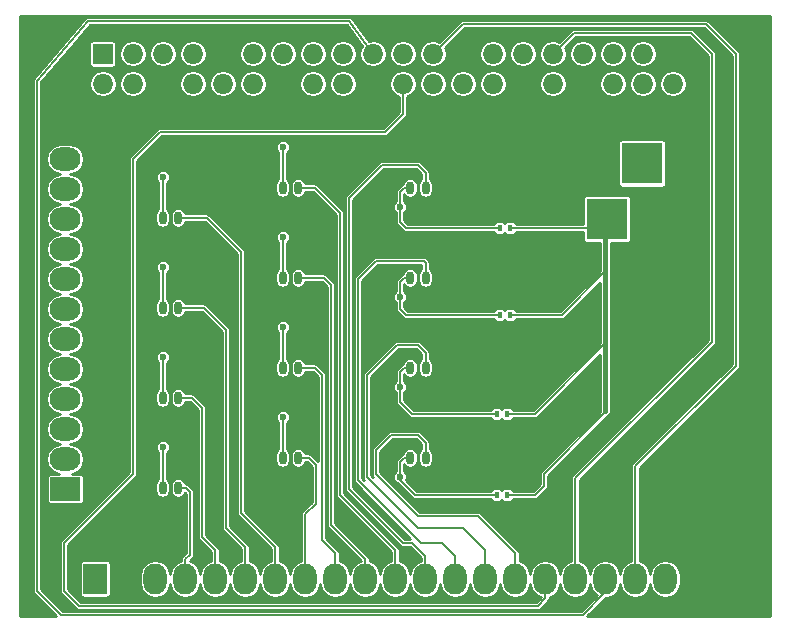
<source format=gbl>
G04 #@! TF.FileFunction,Copper,L2,Bot,Signal*
%FSLAX46Y46*%
G04 Gerber Fmt 4.6, Leading zero omitted, Abs format (unit mm)*
G04 Created by KiCad (PCBNEW 4.0.7) date Tuesday, October 31, 2017 'AMt' 08:43:51 AM*
%MOMM*%
%LPD*%
G01*
G04 APERTURE LIST*
%ADD10C,0.100000*%
%ADD11R,1.720000X1.720000*%
%ADD12O,1.720000X1.720000*%
%ADD13R,0.400000X0.600000*%
%ADD14O,0.670000X1.100000*%
%ADD15R,2.600000X2.000000*%
%ADD16O,2.600000X2.000000*%
%ADD17R,2.000000X2.600000*%
%ADD18O,2.000000X2.600000*%
%ADD19R,3.500000X3.500000*%
%ADD20C,0.600000*%
%ADD21C,0.152400*%
%ADD22C,0.406400*%
%ADD23C,0.254000*%
G04 APERTURE END LIST*
D10*
D11*
X88900000Y-54610000D03*
D12*
X91440000Y-54610000D03*
X93980000Y-54610000D03*
X96520000Y-54610000D03*
X99060000Y-54610000D03*
X101600000Y-54610000D03*
X104140000Y-54610000D03*
X106680000Y-54610000D03*
X109220000Y-54610000D03*
X111760000Y-54610000D03*
X114300000Y-54610000D03*
X116840000Y-54610000D03*
X119380000Y-54610000D03*
X121920000Y-54610000D03*
X124460000Y-54610000D03*
X127000000Y-54610000D03*
X129540000Y-54610000D03*
X132080000Y-54610000D03*
X134620000Y-54610000D03*
X137160000Y-54610000D03*
X137160000Y-57150000D03*
X134620000Y-57150000D03*
X132080000Y-57150000D03*
X129540000Y-57150000D03*
X127000000Y-57150000D03*
X124460000Y-57150000D03*
X121920000Y-57150000D03*
X119380000Y-57150000D03*
X116840000Y-57150000D03*
X114300000Y-57150000D03*
X111760000Y-57150000D03*
X109220000Y-57150000D03*
X106680000Y-57150000D03*
X104140000Y-57150000D03*
X101600000Y-57150000D03*
X99060000Y-57150000D03*
X96520000Y-57150000D03*
X93980000Y-57150000D03*
X91440000Y-57150000D03*
X88900000Y-57150000D03*
D13*
X123386000Y-69342000D03*
X122486000Y-69342000D03*
X123386000Y-76708000D03*
X122486000Y-76708000D03*
X123132000Y-85090000D03*
X122232000Y-85090000D03*
X123132000Y-91948000D03*
X122232000Y-91948000D03*
D14*
X104125000Y-65940000D03*
X105425000Y-65940000D03*
X104775000Y-67410000D03*
X104125000Y-73560000D03*
X105425000Y-73560000D03*
X104775000Y-75030000D03*
X104125000Y-81180000D03*
X105425000Y-81180000D03*
X104775000Y-82650000D03*
X104125000Y-88800000D03*
X105425000Y-88800000D03*
X104775000Y-90270000D03*
X93965000Y-68480000D03*
X95265000Y-68480000D03*
X94615000Y-69950000D03*
X93965000Y-76100000D03*
X95265000Y-76100000D03*
X94615000Y-77570000D03*
X93965000Y-83720000D03*
X95265000Y-83720000D03*
X94615000Y-85190000D03*
X93965000Y-91340000D03*
X95265000Y-91340000D03*
X94615000Y-92810000D03*
X114920000Y-65940000D03*
X116220000Y-65940000D03*
X115570000Y-67410000D03*
X114920000Y-73560000D03*
X116220000Y-73560000D03*
X115570000Y-75030000D03*
X114920000Y-81180000D03*
X116220000Y-81180000D03*
X115570000Y-82650000D03*
X114920000Y-88800000D03*
X116220000Y-88800000D03*
X115570000Y-90270000D03*
D15*
X85725000Y-91440000D03*
D16*
X85725000Y-88900000D03*
X85725000Y-86360000D03*
X85725000Y-83820000D03*
X85725000Y-81280000D03*
X85725000Y-78740000D03*
X85725000Y-76200000D03*
X85725000Y-73660000D03*
X85725000Y-71120000D03*
X85725000Y-68580000D03*
X85725000Y-66040000D03*
X85725000Y-63500000D03*
D17*
X88265000Y-99060000D03*
D18*
X90805000Y-99060000D03*
X93345000Y-99060000D03*
X95885000Y-99060000D03*
X98425000Y-99060000D03*
X100965000Y-99060000D03*
X103505000Y-99060000D03*
X106045000Y-99060000D03*
X108585000Y-99060000D03*
X111125000Y-99060000D03*
X113665000Y-99060000D03*
X116205000Y-99060000D03*
X118745000Y-99060000D03*
X121285000Y-99060000D03*
X123825000Y-99060000D03*
X126365000Y-99060000D03*
X128905000Y-99060000D03*
X131445000Y-99060000D03*
X133985000Y-99060000D03*
X136525000Y-99060000D03*
D19*
X131572000Y-68580000D03*
X137572000Y-68580000D03*
X134572000Y-63880000D03*
D20*
X114046000Y-90424000D03*
X114046000Y-82804000D03*
X114046000Y-75184000D03*
X114046000Y-67564000D03*
X93980000Y-87884000D03*
X93980000Y-80264000D03*
X93980000Y-72644000D03*
X93980000Y-65024000D03*
X104140000Y-85344000D03*
X104140000Y-77724000D03*
X104140000Y-70104000D03*
X104140000Y-62484000D03*
D21*
X131445000Y-99060000D02*
X131445000Y-100203000D01*
X131445000Y-100203000D02*
X129540000Y-102108000D01*
X129540000Y-102108000D02*
X85344000Y-102108000D01*
X85344000Y-102108000D02*
X83312000Y-100076000D01*
X83312000Y-100076000D02*
X83312000Y-56896000D01*
X83312000Y-56896000D02*
X87630000Y-51816000D01*
X87630000Y-51816000D02*
X109728000Y-51816000D01*
X109728000Y-51816000D02*
X111760000Y-54610000D01*
X133985000Y-99060000D02*
X133985000Y-89535000D01*
X119380000Y-52070000D02*
X116840000Y-54610000D01*
X139954000Y-52070000D02*
X119380000Y-52070000D01*
X142494000Y-54610000D02*
X139954000Y-52070000D01*
X142494000Y-81026000D02*
X142494000Y-54610000D01*
X133985000Y-89535000D02*
X142494000Y-81026000D01*
X128905000Y-99060000D02*
X128905000Y-90551000D01*
X128778000Y-52832000D02*
X127000000Y-54610000D01*
X138684000Y-52832000D02*
X128778000Y-52832000D01*
X140462000Y-54610000D02*
X138684000Y-52832000D01*
X140462000Y-78994000D02*
X140462000Y-54610000D01*
X128905000Y-90551000D02*
X140462000Y-78994000D01*
X126365000Y-99060000D02*
X126365000Y-100711000D01*
X114300000Y-59690000D02*
X114300000Y-57150000D01*
X112776000Y-61214000D02*
X114300000Y-59690000D01*
X93726000Y-61214000D02*
X112776000Y-61214000D01*
X91440000Y-63500000D02*
X93726000Y-61214000D01*
X91440000Y-90170000D02*
X91440000Y-63500000D01*
X85598000Y-96012000D02*
X91440000Y-90170000D01*
X85598000Y-100076000D02*
X85598000Y-96012000D01*
X86868000Y-101346000D02*
X85598000Y-100076000D01*
X125730000Y-101346000D02*
X86868000Y-101346000D01*
X126365000Y-100711000D02*
X125730000Y-101346000D01*
D22*
X131445000Y-84836000D02*
X131445000Y-68580000D01*
D21*
X131445000Y-79121000D02*
X131445000Y-84836000D01*
X131445000Y-84836000D02*
X131445000Y-84963000D01*
X125476000Y-91948000D02*
X123132000Y-91948000D01*
X126238000Y-91186000D02*
X125476000Y-91948000D01*
X126238000Y-90170000D02*
X126238000Y-91186000D01*
X131445000Y-84963000D02*
X126238000Y-90170000D01*
X131445000Y-73025000D02*
X131445000Y-79121000D01*
X125476000Y-85090000D02*
X123132000Y-85090000D01*
X131445000Y-79121000D02*
X125476000Y-85090000D01*
X123386000Y-76708000D02*
X127762000Y-76708000D01*
X131445000Y-73025000D02*
X131445000Y-68580000D01*
X127762000Y-76708000D02*
X131445000Y-73025000D01*
X123386000Y-69342000D02*
X130683000Y-69342000D01*
X130683000Y-69342000D02*
X131445000Y-68580000D01*
X123825000Y-99060000D02*
X123825000Y-96901000D01*
X116220000Y-87518000D02*
X116220000Y-88800000D01*
X115570000Y-86868000D02*
X116220000Y-87518000D01*
X113284000Y-86868000D02*
X115570000Y-86868000D01*
X112014000Y-88138000D02*
X113284000Y-86868000D01*
X112014000Y-90170000D02*
X112014000Y-88138000D01*
X115570000Y-93726000D02*
X112014000Y-90170000D01*
X120650000Y-93726000D02*
X115570000Y-93726000D01*
X123825000Y-96901000D02*
X120650000Y-93726000D01*
X95265000Y-91340000D02*
X95912000Y-91340000D01*
X95885000Y-97409000D02*
X95885000Y-99060000D01*
X96266000Y-97028000D02*
X95885000Y-97409000D01*
X96266000Y-91694000D02*
X96266000Y-97028000D01*
X95912000Y-91340000D02*
X96266000Y-91694000D01*
X106045000Y-99060000D02*
X106045000Y-93599000D01*
X106326000Y-88800000D02*
X105425000Y-88800000D01*
X106934000Y-89408000D02*
X106326000Y-88800000D01*
X106934000Y-92710000D02*
X106934000Y-89408000D01*
X106045000Y-93599000D02*
X106934000Y-92710000D01*
X121285000Y-99060000D02*
X121285000Y-96647000D01*
X116220000Y-79898000D02*
X116220000Y-81180000D01*
X115570000Y-79248000D02*
X116220000Y-79898000D01*
X113792000Y-79248000D02*
X115570000Y-79248000D01*
X111252000Y-81788000D02*
X113792000Y-79248000D01*
X111252000Y-90424000D02*
X111252000Y-81788000D01*
X115570000Y-94742000D02*
X111252000Y-90424000D01*
X119380000Y-94742000D02*
X115570000Y-94742000D01*
X121285000Y-96647000D02*
X119380000Y-94742000D01*
X98425000Y-99060000D02*
X98425000Y-96647000D01*
X97282000Y-95504000D02*
X97282000Y-84582000D01*
X98425000Y-96647000D02*
X97282000Y-95504000D01*
X96420000Y-83720000D02*
X95265000Y-83720000D01*
X97282000Y-84582000D02*
X96420000Y-83720000D01*
X108585000Y-99060000D02*
X108585000Y-96901000D01*
X107442000Y-95758000D02*
X107442000Y-81788000D01*
X108585000Y-96901000D02*
X107442000Y-95758000D01*
X106834000Y-81180000D02*
X105425000Y-81180000D01*
X107442000Y-81788000D02*
X106834000Y-81180000D01*
X116220000Y-73560000D02*
X116220000Y-72278000D01*
X118745000Y-97155000D02*
X118745000Y-99060000D01*
X117602000Y-96012000D02*
X118745000Y-97155000D01*
X115824000Y-96012000D02*
X117602000Y-96012000D01*
X110490000Y-90678000D02*
X115824000Y-96012000D01*
X110490000Y-73660000D02*
X110490000Y-90678000D01*
X112014000Y-72136000D02*
X110490000Y-73660000D01*
X116078000Y-72136000D02*
X112014000Y-72136000D01*
X116220000Y-72278000D02*
X116078000Y-72136000D01*
X100965000Y-99060000D02*
X100965000Y-96393000D01*
X99314000Y-94742000D02*
X99314000Y-77978000D01*
X100965000Y-96393000D02*
X99314000Y-94742000D01*
X97436000Y-76100000D02*
X95265000Y-76100000D01*
X99314000Y-77978000D02*
X97436000Y-76100000D01*
X111125000Y-99060000D02*
X111125000Y-97409000D01*
X108204000Y-94488000D02*
X108204000Y-74168000D01*
X111125000Y-97409000D02*
X108204000Y-94488000D01*
X107596000Y-73560000D02*
X105425000Y-73560000D01*
X108204000Y-74168000D02*
X107596000Y-73560000D01*
X116205000Y-99060000D02*
X116205000Y-97155000D01*
X116220000Y-64658000D02*
X116220000Y-65940000D01*
X115570000Y-64008000D02*
X116220000Y-64658000D01*
X112522000Y-64008000D02*
X115570000Y-64008000D01*
X109728000Y-66802000D02*
X112522000Y-64008000D01*
X109728000Y-91440000D02*
X109728000Y-66802000D01*
X114300000Y-96012000D02*
X109728000Y-91440000D01*
X115062000Y-96012000D02*
X114300000Y-96012000D01*
X116205000Y-97155000D02*
X115062000Y-96012000D01*
X103505000Y-99060000D02*
X103505000Y-96393000D01*
X100584000Y-93472000D02*
X100584000Y-71374000D01*
X103505000Y-96393000D02*
X100584000Y-93472000D01*
X97690000Y-68480000D02*
X95265000Y-68480000D01*
X100584000Y-71374000D02*
X97690000Y-68480000D01*
X113665000Y-99060000D02*
X113665000Y-96647000D01*
X108966000Y-91948000D02*
X108966000Y-68072000D01*
X113665000Y-96647000D02*
X108966000Y-91948000D01*
X105425000Y-65940000D02*
X106834000Y-65940000D01*
X106834000Y-65940000D02*
X108966000Y-68072000D01*
X114046000Y-90424000D02*
X114046000Y-90678000D01*
X115316000Y-91948000D02*
X122232000Y-91948000D01*
X114046000Y-90678000D02*
X115316000Y-91948000D01*
X114920000Y-88800000D02*
X114400000Y-88800000D01*
X114046000Y-89154000D02*
X114046000Y-90424000D01*
X114400000Y-88800000D02*
X114046000Y-89154000D01*
X114046000Y-82804000D02*
X114046000Y-84074000D01*
X115062000Y-85090000D02*
X122232000Y-85090000D01*
X114046000Y-84074000D02*
X115062000Y-85090000D01*
X114920000Y-81180000D02*
X114400000Y-81180000D01*
X114046000Y-81534000D02*
X114046000Y-82804000D01*
X114400000Y-81180000D02*
X114046000Y-81534000D01*
X114046000Y-75184000D02*
X114046000Y-76200000D01*
X114554000Y-76708000D02*
X122486000Y-76708000D01*
X114046000Y-76200000D02*
X114554000Y-76708000D01*
X114920000Y-73560000D02*
X114400000Y-73560000D01*
X114046000Y-73914000D02*
X114046000Y-75184000D01*
X114400000Y-73560000D02*
X114046000Y-73914000D01*
X114046000Y-67564000D02*
X114046000Y-68834000D01*
X114554000Y-69342000D02*
X122486000Y-69342000D01*
X114046000Y-68834000D02*
X114554000Y-69342000D01*
X114920000Y-65940000D02*
X114400000Y-65940000D01*
X114046000Y-66294000D02*
X114046000Y-67564000D01*
X114400000Y-65940000D02*
X114046000Y-66294000D01*
X93965000Y-91340000D02*
X93965000Y-87899000D01*
X93965000Y-87899000D02*
X93980000Y-87884000D01*
X93965000Y-83720000D02*
X93965000Y-80279000D01*
X93965000Y-80279000D02*
X93980000Y-80264000D01*
X93965000Y-76100000D02*
X93965000Y-72659000D01*
X93965000Y-72659000D02*
X93980000Y-72644000D01*
X93965000Y-68480000D02*
X93965000Y-65039000D01*
X93965000Y-65039000D02*
X93980000Y-65024000D01*
X104125000Y-88800000D02*
X104125000Y-85359000D01*
X104125000Y-85359000D02*
X104140000Y-85344000D01*
X104125000Y-81180000D02*
X104125000Y-77739000D01*
X104125000Y-77739000D02*
X104140000Y-77724000D01*
X104125000Y-73560000D02*
X104125000Y-70119000D01*
X104125000Y-70119000D02*
X104140000Y-70104000D01*
X104125000Y-65940000D02*
X104125000Y-62499000D01*
X104125000Y-62499000D02*
X104140000Y-62484000D01*
D23*
G36*
X145415000Y-102235000D02*
X129926642Y-102235000D01*
X131493123Y-100668519D01*
X131937514Y-100580124D01*
X132355046Y-100301137D01*
X132634033Y-99883605D01*
X132715000Y-99476556D01*
X132795967Y-99883605D01*
X133074954Y-100301137D01*
X133492486Y-100580124D01*
X133985000Y-100678091D01*
X134477514Y-100580124D01*
X134895046Y-100301137D01*
X135174033Y-99883605D01*
X135255000Y-99476556D01*
X135335967Y-99883605D01*
X135614954Y-100301137D01*
X136032486Y-100580124D01*
X136525000Y-100678091D01*
X137017514Y-100580124D01*
X137435046Y-100301137D01*
X137714033Y-99883605D01*
X137812000Y-99391091D01*
X137812000Y-98728909D01*
X137714033Y-98236395D01*
X137435046Y-97818863D01*
X137017514Y-97539876D01*
X136525000Y-97441909D01*
X136032486Y-97539876D01*
X135614954Y-97818863D01*
X135335967Y-98236395D01*
X135255000Y-98643444D01*
X135174033Y-98236395D01*
X134895046Y-97818863D01*
X134477514Y-97539876D01*
X134348200Y-97514154D01*
X134348200Y-89685442D01*
X142750821Y-81282821D01*
X142819524Y-81180000D01*
X142829553Y-81164991D01*
X142857200Y-81026000D01*
X142857200Y-54610000D01*
X142829553Y-54471009D01*
X142750821Y-54353178D01*
X140210821Y-51813179D01*
X140171113Y-51786647D01*
X140092991Y-51734447D01*
X139954000Y-51706800D01*
X119380000Y-51706800D01*
X119241009Y-51734447D01*
X119123178Y-51813179D01*
X117352146Y-53584212D01*
X117301409Y-53550310D01*
X116862471Y-53463000D01*
X116817529Y-53463000D01*
X116378591Y-53550310D01*
X116006478Y-53798949D01*
X115757839Y-54171062D01*
X115670529Y-54610000D01*
X115757839Y-55048938D01*
X116006478Y-55421051D01*
X116378591Y-55669690D01*
X116817529Y-55757000D01*
X116862471Y-55757000D01*
X117301409Y-55669690D01*
X117673522Y-55421051D01*
X117922161Y-55048938D01*
X118009471Y-54610000D01*
X120750529Y-54610000D01*
X120837839Y-55048938D01*
X121086478Y-55421051D01*
X121458591Y-55669690D01*
X121897529Y-55757000D01*
X121942471Y-55757000D01*
X122381409Y-55669690D01*
X122753522Y-55421051D01*
X123002161Y-55048938D01*
X123089471Y-54610000D01*
X123290529Y-54610000D01*
X123377839Y-55048938D01*
X123626478Y-55421051D01*
X123998591Y-55669690D01*
X124437529Y-55757000D01*
X124482471Y-55757000D01*
X124921409Y-55669690D01*
X125293522Y-55421051D01*
X125542161Y-55048938D01*
X125629471Y-54610000D01*
X125542161Y-54171062D01*
X125293522Y-53798949D01*
X124921409Y-53550310D01*
X124482471Y-53463000D01*
X124437529Y-53463000D01*
X123998591Y-53550310D01*
X123626478Y-53798949D01*
X123377839Y-54171062D01*
X123290529Y-54610000D01*
X123089471Y-54610000D01*
X123002161Y-54171062D01*
X122753522Y-53798949D01*
X122381409Y-53550310D01*
X121942471Y-53463000D01*
X121897529Y-53463000D01*
X121458591Y-53550310D01*
X121086478Y-53798949D01*
X120837839Y-54171062D01*
X120750529Y-54610000D01*
X118009471Y-54610000D01*
X117922161Y-54171062D01*
X117870258Y-54093384D01*
X119530443Y-52433200D01*
X139803558Y-52433200D01*
X142130800Y-54760443D01*
X142130800Y-80875558D01*
X133728179Y-89278179D01*
X133649447Y-89396009D01*
X133621800Y-89535000D01*
X133621800Y-97514154D01*
X133492486Y-97539876D01*
X133074954Y-97818863D01*
X132795967Y-98236395D01*
X132715000Y-98643444D01*
X132634033Y-98236395D01*
X132355046Y-97818863D01*
X131937514Y-97539876D01*
X131445000Y-97441909D01*
X130952486Y-97539876D01*
X130534954Y-97818863D01*
X130255967Y-98236395D01*
X130175000Y-98643444D01*
X130094033Y-98236395D01*
X129815046Y-97818863D01*
X129397514Y-97539876D01*
X129268200Y-97514154D01*
X129268200Y-90701442D01*
X140718821Y-79250821D01*
X140731053Y-79232514D01*
X140797553Y-79132991D01*
X140825200Y-78994000D01*
X140825200Y-54610000D01*
X140797553Y-54471009D01*
X140718821Y-54353179D01*
X138940821Y-52575179D01*
X138822991Y-52496447D01*
X138684000Y-52468800D01*
X128778000Y-52468800D01*
X128639009Y-52496447D01*
X128521179Y-52575179D01*
X127512146Y-53584212D01*
X127461409Y-53550310D01*
X127022471Y-53463000D01*
X126977529Y-53463000D01*
X126538591Y-53550310D01*
X126166478Y-53798949D01*
X125917839Y-54171062D01*
X125830529Y-54610000D01*
X125917839Y-55048938D01*
X126166478Y-55421051D01*
X126538591Y-55669690D01*
X126977529Y-55757000D01*
X127022471Y-55757000D01*
X127461409Y-55669690D01*
X127833522Y-55421051D01*
X128082161Y-55048938D01*
X128169471Y-54610000D01*
X128370529Y-54610000D01*
X128457839Y-55048938D01*
X128706478Y-55421051D01*
X129078591Y-55669690D01*
X129517529Y-55757000D01*
X129562471Y-55757000D01*
X130001409Y-55669690D01*
X130373522Y-55421051D01*
X130622161Y-55048938D01*
X130709471Y-54610000D01*
X130910529Y-54610000D01*
X130997839Y-55048938D01*
X131246478Y-55421051D01*
X131618591Y-55669690D01*
X132057529Y-55757000D01*
X132102471Y-55757000D01*
X132541409Y-55669690D01*
X132913522Y-55421051D01*
X133162161Y-55048938D01*
X133249471Y-54610000D01*
X133450529Y-54610000D01*
X133537839Y-55048938D01*
X133786478Y-55421051D01*
X134158591Y-55669690D01*
X134597529Y-55757000D01*
X134642471Y-55757000D01*
X135081409Y-55669690D01*
X135453522Y-55421051D01*
X135702161Y-55048938D01*
X135789471Y-54610000D01*
X135702161Y-54171062D01*
X135453522Y-53798949D01*
X135081409Y-53550310D01*
X134642471Y-53463000D01*
X134597529Y-53463000D01*
X134158591Y-53550310D01*
X133786478Y-53798949D01*
X133537839Y-54171062D01*
X133450529Y-54610000D01*
X133249471Y-54610000D01*
X133162161Y-54171062D01*
X132913522Y-53798949D01*
X132541409Y-53550310D01*
X132102471Y-53463000D01*
X132057529Y-53463000D01*
X131618591Y-53550310D01*
X131246478Y-53798949D01*
X130997839Y-54171062D01*
X130910529Y-54610000D01*
X130709471Y-54610000D01*
X130622161Y-54171062D01*
X130373522Y-53798949D01*
X130001409Y-53550310D01*
X129562471Y-53463000D01*
X129517529Y-53463000D01*
X129078591Y-53550310D01*
X128706478Y-53798949D01*
X128457839Y-54171062D01*
X128370529Y-54610000D01*
X128169471Y-54610000D01*
X128082161Y-54171062D01*
X128030258Y-54093384D01*
X128928442Y-53195200D01*
X138533558Y-53195200D01*
X140098800Y-54760442D01*
X140098800Y-78843558D01*
X128648179Y-90294179D01*
X128569447Y-90412009D01*
X128541800Y-90551000D01*
X128541800Y-97514154D01*
X128412486Y-97539876D01*
X127994954Y-97818863D01*
X127715967Y-98236395D01*
X127635000Y-98643444D01*
X127554033Y-98236395D01*
X127275046Y-97818863D01*
X126857514Y-97539876D01*
X126365000Y-97441909D01*
X125872486Y-97539876D01*
X125454954Y-97818863D01*
X125175967Y-98236395D01*
X125095000Y-98643444D01*
X125014033Y-98236395D01*
X124735046Y-97818863D01*
X124317514Y-97539876D01*
X124188200Y-97514154D01*
X124188200Y-96901000D01*
X124160553Y-96762009D01*
X124081821Y-96644179D01*
X120906821Y-93469179D01*
X120893097Y-93460009D01*
X120788991Y-93390447D01*
X120650000Y-93362800D01*
X115720442Y-93362800D01*
X112377200Y-90019558D01*
X112377200Y-88288442D01*
X113434442Y-87231200D01*
X115419558Y-87231200D01*
X115856800Y-87668442D01*
X115856800Y-88077586D01*
X115780180Y-88128782D01*
X115645347Y-88330573D01*
X115598000Y-88568602D01*
X115598000Y-89031398D01*
X115645347Y-89269427D01*
X115780180Y-89471218D01*
X115981971Y-89606051D01*
X116220000Y-89653398D01*
X116458029Y-89606051D01*
X116659820Y-89471218D01*
X116794653Y-89269427D01*
X116842000Y-89031398D01*
X116842000Y-88568602D01*
X116794653Y-88330573D01*
X116659820Y-88128782D01*
X116583200Y-88077586D01*
X116583200Y-87518000D01*
X116555553Y-87379009D01*
X116476821Y-87261179D01*
X115826821Y-86611179D01*
X115708991Y-86532447D01*
X115570000Y-86504800D01*
X113284000Y-86504800D01*
X113145009Y-86532447D01*
X113027179Y-86611179D01*
X111757179Y-87881179D01*
X111678447Y-87999009D01*
X111650800Y-88138000D01*
X111650800Y-90170000D01*
X111678447Y-90308991D01*
X111694920Y-90333644D01*
X111734457Y-90392815D01*
X111615200Y-90273558D01*
X111615200Y-81938442D01*
X113942443Y-79611200D01*
X115419558Y-79611200D01*
X115856800Y-80048442D01*
X115856800Y-80457586D01*
X115780180Y-80508782D01*
X115645347Y-80710573D01*
X115598000Y-80948602D01*
X115598000Y-81411398D01*
X115645347Y-81649427D01*
X115780180Y-81851218D01*
X115981971Y-81986051D01*
X116220000Y-82033398D01*
X116458029Y-81986051D01*
X116659820Y-81851218D01*
X116794653Y-81649427D01*
X116842000Y-81411398D01*
X116842000Y-80948602D01*
X116794653Y-80710573D01*
X116659820Y-80508782D01*
X116583200Y-80457586D01*
X116583200Y-79898000D01*
X116555553Y-79759009D01*
X116476821Y-79641179D01*
X115826821Y-78991179D01*
X115813097Y-78982009D01*
X115708991Y-78912447D01*
X115570000Y-78884800D01*
X113792000Y-78884800D01*
X113653009Y-78912447D01*
X113535178Y-78991179D01*
X110995179Y-81531179D01*
X110916447Y-81649009D01*
X110888800Y-81788000D01*
X110888800Y-90424000D01*
X110916447Y-90562991D01*
X110972456Y-90646814D01*
X110853200Y-90527558D01*
X110853200Y-73810442D01*
X112164443Y-72499200D01*
X115856800Y-72499200D01*
X115856800Y-72837586D01*
X115780180Y-72888782D01*
X115645347Y-73090573D01*
X115598000Y-73328602D01*
X115598000Y-73791398D01*
X115645347Y-74029427D01*
X115780180Y-74231218D01*
X115981971Y-74366051D01*
X116220000Y-74413398D01*
X116458029Y-74366051D01*
X116659820Y-74231218D01*
X116794653Y-74029427D01*
X116842000Y-73791398D01*
X116842000Y-73328602D01*
X116794653Y-73090573D01*
X116659820Y-72888782D01*
X116583200Y-72837586D01*
X116583200Y-72278000D01*
X116555553Y-72139009D01*
X116476821Y-72021179D01*
X116334821Y-71879179D01*
X116216991Y-71800447D01*
X116078000Y-71772800D01*
X112014000Y-71772800D01*
X111875009Y-71800447D01*
X111757178Y-71879179D01*
X110233179Y-73403179D01*
X110154447Y-73521009D01*
X110126800Y-73660000D01*
X110126800Y-90678000D01*
X110154447Y-90816991D01*
X110224174Y-90921344D01*
X110233179Y-90934821D01*
X114947158Y-95648800D01*
X114450442Y-95648800D01*
X110091200Y-91289558D01*
X110091200Y-67680249D01*
X113458898Y-67680249D01*
X113548075Y-67896074D01*
X113682800Y-68031034D01*
X113682800Y-68834000D01*
X113710447Y-68972991D01*
X113732802Y-69006447D01*
X113789179Y-69090821D01*
X114297178Y-69598821D01*
X114415009Y-69677553D01*
X114554000Y-69705200D01*
X122005270Y-69705200D01*
X122013390Y-69748356D01*
X122076246Y-69846037D01*
X122172154Y-69911568D01*
X122286000Y-69934622D01*
X122686000Y-69934622D01*
X122792356Y-69914610D01*
X122890037Y-69851754D01*
X122936329Y-69784004D01*
X122976246Y-69846037D01*
X123072154Y-69911568D01*
X123186000Y-69934622D01*
X123586000Y-69934622D01*
X123692356Y-69914610D01*
X123790037Y-69851754D01*
X123855568Y-69755846D01*
X123865824Y-69705200D01*
X129529378Y-69705200D01*
X129529378Y-70330000D01*
X129549390Y-70436356D01*
X129612246Y-70534037D01*
X129708154Y-70599568D01*
X129822000Y-70622622D01*
X130954800Y-70622622D01*
X130954800Y-73001557D01*
X127611558Y-76344800D01*
X123866730Y-76344800D01*
X123858610Y-76301644D01*
X123795754Y-76203963D01*
X123699846Y-76138432D01*
X123586000Y-76115378D01*
X123186000Y-76115378D01*
X123079644Y-76135390D01*
X122981963Y-76198246D01*
X122935671Y-76265996D01*
X122895754Y-76203963D01*
X122799846Y-76138432D01*
X122686000Y-76115378D01*
X122286000Y-76115378D01*
X122179644Y-76135390D01*
X122081963Y-76198246D01*
X122016432Y-76294154D01*
X122006176Y-76344800D01*
X114704443Y-76344800D01*
X114409200Y-76049558D01*
X114409200Y-75650853D01*
X114543344Y-75516943D01*
X114632898Y-75301274D01*
X114633102Y-75067751D01*
X114543925Y-74851926D01*
X114409200Y-74716966D01*
X114409200Y-74124989D01*
X114480180Y-74231218D01*
X114681971Y-74366051D01*
X114920000Y-74413398D01*
X115158029Y-74366051D01*
X115359820Y-74231218D01*
X115494653Y-74029427D01*
X115542000Y-73791398D01*
X115542000Y-73328602D01*
X115494653Y-73090573D01*
X115359820Y-72888782D01*
X115158029Y-72753949D01*
X114920000Y-72706602D01*
X114681971Y-72753949D01*
X114480180Y-72888782D01*
X114345347Y-73090573D01*
X114321095Y-73212495D01*
X114261010Y-73224446D01*
X114143179Y-73303179D01*
X113789179Y-73657179D01*
X113710447Y-73775009D01*
X113682800Y-73914000D01*
X113682800Y-74717147D01*
X113548656Y-74851057D01*
X113459102Y-75066726D01*
X113458898Y-75300249D01*
X113548075Y-75516074D01*
X113682800Y-75651034D01*
X113682800Y-76200000D01*
X113710447Y-76338991D01*
X113722361Y-76356821D01*
X113789179Y-76456821D01*
X114297178Y-76964821D01*
X114415009Y-77043553D01*
X114554000Y-77071200D01*
X122005270Y-77071200D01*
X122013390Y-77114356D01*
X122076246Y-77212037D01*
X122172154Y-77277568D01*
X122286000Y-77300622D01*
X122686000Y-77300622D01*
X122792356Y-77280610D01*
X122890037Y-77217754D01*
X122936329Y-77150004D01*
X122976246Y-77212037D01*
X123072154Y-77277568D01*
X123186000Y-77300622D01*
X123586000Y-77300622D01*
X123692356Y-77280610D01*
X123790037Y-77217754D01*
X123855568Y-77121846D01*
X123865824Y-77071200D01*
X127762000Y-77071200D01*
X127900991Y-77043553D01*
X128018821Y-76964821D01*
X130954800Y-74028843D01*
X130954800Y-79097558D01*
X125325558Y-84726800D01*
X123612730Y-84726800D01*
X123604610Y-84683644D01*
X123541754Y-84585963D01*
X123445846Y-84520432D01*
X123332000Y-84497378D01*
X122932000Y-84497378D01*
X122825644Y-84517390D01*
X122727963Y-84580246D01*
X122681671Y-84647996D01*
X122641754Y-84585963D01*
X122545846Y-84520432D01*
X122432000Y-84497378D01*
X122032000Y-84497378D01*
X121925644Y-84517390D01*
X121827963Y-84580246D01*
X121762432Y-84676154D01*
X121752176Y-84726800D01*
X115212442Y-84726800D01*
X114409200Y-83923558D01*
X114409200Y-83270853D01*
X114543344Y-83136943D01*
X114632898Y-82921274D01*
X114633102Y-82687751D01*
X114543925Y-82471926D01*
X114409200Y-82336966D01*
X114409200Y-81744989D01*
X114480180Y-81851218D01*
X114681971Y-81986051D01*
X114920000Y-82033398D01*
X115158029Y-81986051D01*
X115359820Y-81851218D01*
X115494653Y-81649427D01*
X115542000Y-81411398D01*
X115542000Y-80948602D01*
X115494653Y-80710573D01*
X115359820Y-80508782D01*
X115158029Y-80373949D01*
X114920000Y-80326602D01*
X114681971Y-80373949D01*
X114480180Y-80508782D01*
X114345347Y-80710573D01*
X114321095Y-80832495D01*
X114261010Y-80844446D01*
X114143179Y-80923179D01*
X113789179Y-81277179D01*
X113710447Y-81395009D01*
X113682800Y-81534000D01*
X113682800Y-82337147D01*
X113548656Y-82471057D01*
X113459102Y-82686726D01*
X113458898Y-82920249D01*
X113548075Y-83136074D01*
X113682800Y-83271034D01*
X113682800Y-84074000D01*
X113710447Y-84212991D01*
X113732802Y-84246447D01*
X113789179Y-84330821D01*
X114805179Y-85346821D01*
X114923009Y-85425553D01*
X115062000Y-85453200D01*
X121751270Y-85453200D01*
X121759390Y-85496356D01*
X121822246Y-85594037D01*
X121918154Y-85659568D01*
X122032000Y-85682622D01*
X122432000Y-85682622D01*
X122538356Y-85662610D01*
X122636037Y-85599754D01*
X122682329Y-85532004D01*
X122722246Y-85594037D01*
X122818154Y-85659568D01*
X122932000Y-85682622D01*
X123332000Y-85682622D01*
X123438356Y-85662610D01*
X123536037Y-85599754D01*
X123601568Y-85503846D01*
X123611824Y-85453200D01*
X125476000Y-85453200D01*
X125614991Y-85425553D01*
X125732821Y-85346821D01*
X130954800Y-80124842D01*
X130954800Y-84836000D01*
X130971981Y-84922377D01*
X125981179Y-89913179D01*
X125902447Y-90031009D01*
X125874800Y-90170000D01*
X125874800Y-91035558D01*
X125325558Y-91584800D01*
X123612730Y-91584800D01*
X123604610Y-91541644D01*
X123541754Y-91443963D01*
X123445846Y-91378432D01*
X123332000Y-91355378D01*
X122932000Y-91355378D01*
X122825644Y-91375390D01*
X122727963Y-91438246D01*
X122681671Y-91505996D01*
X122641754Y-91443963D01*
X122545846Y-91378432D01*
X122432000Y-91355378D01*
X122032000Y-91355378D01*
X121925644Y-91375390D01*
X121827963Y-91438246D01*
X121762432Y-91534154D01*
X121752176Y-91584800D01*
X115466442Y-91584800D01*
X114571288Y-90689646D01*
X114632898Y-90541274D01*
X114633102Y-90307751D01*
X114543925Y-90091926D01*
X114409200Y-89956966D01*
X114409200Y-89364989D01*
X114480180Y-89471218D01*
X114681971Y-89606051D01*
X114920000Y-89653398D01*
X115158029Y-89606051D01*
X115359820Y-89471218D01*
X115494653Y-89269427D01*
X115542000Y-89031398D01*
X115542000Y-88568602D01*
X115494653Y-88330573D01*
X115359820Y-88128782D01*
X115158029Y-87993949D01*
X114920000Y-87946602D01*
X114681971Y-87993949D01*
X114480180Y-88128782D01*
X114345347Y-88330573D01*
X114321095Y-88452495D01*
X114261010Y-88464446D01*
X114143179Y-88543179D01*
X113789179Y-88897179D01*
X113710447Y-89015009D01*
X113682800Y-89154000D01*
X113682800Y-89957147D01*
X113548656Y-90091057D01*
X113459102Y-90306726D01*
X113458898Y-90540249D01*
X113548075Y-90756074D01*
X113713057Y-90921344D01*
X113820186Y-90965828D01*
X115059179Y-92204821D01*
X115177009Y-92283553D01*
X115316000Y-92311200D01*
X121751270Y-92311200D01*
X121759390Y-92354356D01*
X121822246Y-92452037D01*
X121918154Y-92517568D01*
X122032000Y-92540622D01*
X122432000Y-92540622D01*
X122538356Y-92520610D01*
X122636037Y-92457754D01*
X122682329Y-92390004D01*
X122722246Y-92452037D01*
X122818154Y-92517568D01*
X122932000Y-92540622D01*
X123332000Y-92540622D01*
X123438356Y-92520610D01*
X123536037Y-92457754D01*
X123601568Y-92361846D01*
X123611824Y-92311200D01*
X125476000Y-92311200D01*
X125614991Y-92283553D01*
X125732821Y-92204821D01*
X126494821Y-91442821D01*
X126498591Y-91437179D01*
X126573553Y-91324991D01*
X126601200Y-91186000D01*
X126601200Y-90320442D01*
X131633088Y-85288554D01*
X131791624Y-85182624D01*
X131897886Y-85023591D01*
X131935200Y-84836000D01*
X131935200Y-70622622D01*
X133322000Y-70622622D01*
X133428356Y-70602610D01*
X133526037Y-70539754D01*
X133591568Y-70443846D01*
X133614622Y-70330000D01*
X133614622Y-66830000D01*
X133594610Y-66723644D01*
X133531754Y-66625963D01*
X133435846Y-66560432D01*
X133322000Y-66537378D01*
X129822000Y-66537378D01*
X129715644Y-66557390D01*
X129617963Y-66620246D01*
X129552432Y-66716154D01*
X129529378Y-66830000D01*
X129529378Y-68978800D01*
X123866730Y-68978800D01*
X123858610Y-68935644D01*
X123795754Y-68837963D01*
X123699846Y-68772432D01*
X123586000Y-68749378D01*
X123186000Y-68749378D01*
X123079644Y-68769390D01*
X122981963Y-68832246D01*
X122935671Y-68899996D01*
X122895754Y-68837963D01*
X122799846Y-68772432D01*
X122686000Y-68749378D01*
X122286000Y-68749378D01*
X122179644Y-68769390D01*
X122081963Y-68832246D01*
X122016432Y-68928154D01*
X122006176Y-68978800D01*
X114704443Y-68978800D01*
X114409200Y-68683558D01*
X114409200Y-68030853D01*
X114543344Y-67896943D01*
X114632898Y-67681274D01*
X114633102Y-67447751D01*
X114543925Y-67231926D01*
X114409200Y-67096966D01*
X114409200Y-66504989D01*
X114480180Y-66611218D01*
X114681971Y-66746051D01*
X114920000Y-66793398D01*
X115158029Y-66746051D01*
X115359820Y-66611218D01*
X115494653Y-66409427D01*
X115542000Y-66171398D01*
X115542000Y-65708602D01*
X115494653Y-65470573D01*
X115359820Y-65268782D01*
X115158029Y-65133949D01*
X114920000Y-65086602D01*
X114681971Y-65133949D01*
X114480180Y-65268782D01*
X114345347Y-65470573D01*
X114321095Y-65592495D01*
X114261010Y-65604446D01*
X114143179Y-65683179D01*
X113789179Y-66037179D01*
X113710447Y-66155009D01*
X113682800Y-66294000D01*
X113682800Y-67097147D01*
X113548656Y-67231057D01*
X113459102Y-67446726D01*
X113458898Y-67680249D01*
X110091200Y-67680249D01*
X110091200Y-66952442D01*
X112672442Y-64371200D01*
X115419558Y-64371200D01*
X115856800Y-64808442D01*
X115856800Y-65217586D01*
X115780180Y-65268782D01*
X115645347Y-65470573D01*
X115598000Y-65708602D01*
X115598000Y-66171398D01*
X115645347Y-66409427D01*
X115780180Y-66611218D01*
X115981971Y-66746051D01*
X116220000Y-66793398D01*
X116458029Y-66746051D01*
X116659820Y-66611218D01*
X116794653Y-66409427D01*
X116842000Y-66171398D01*
X116842000Y-65708602D01*
X116794653Y-65470573D01*
X116659820Y-65268782D01*
X116583200Y-65217586D01*
X116583200Y-64658000D01*
X116555553Y-64519009D01*
X116476821Y-64401179D01*
X115826821Y-63751179D01*
X115708991Y-63672447D01*
X115570000Y-63644800D01*
X112522000Y-63644800D01*
X112383009Y-63672447D01*
X112265179Y-63751179D01*
X109471179Y-66545179D01*
X109392447Y-66663009D01*
X109364800Y-66802000D01*
X109364800Y-91440000D01*
X109392447Y-91578991D01*
X109404361Y-91596821D01*
X109471179Y-91696821D01*
X114043179Y-96268821D01*
X114161009Y-96347553D01*
X114300000Y-96375200D01*
X114911558Y-96375200D01*
X115841800Y-97305442D01*
X115841800Y-97514154D01*
X115712486Y-97539876D01*
X115294954Y-97818863D01*
X115015967Y-98236395D01*
X114935000Y-98643444D01*
X114854033Y-98236395D01*
X114575046Y-97818863D01*
X114157514Y-97539876D01*
X114028200Y-97514154D01*
X114028200Y-96647000D01*
X114027639Y-96644179D01*
X114000554Y-96508010D01*
X113921822Y-96390179D01*
X109329200Y-91797558D01*
X109329200Y-68072000D01*
X109301553Y-67933009D01*
X109222821Y-67815179D01*
X107090821Y-65683179D01*
X106972991Y-65604447D01*
X106834000Y-65576800D01*
X106020783Y-65576800D01*
X105999653Y-65470573D01*
X105864820Y-65268782D01*
X105663029Y-65133949D01*
X105425000Y-65086602D01*
X105186971Y-65133949D01*
X104985180Y-65268782D01*
X104850347Y-65470573D01*
X104803000Y-65708602D01*
X104803000Y-66171398D01*
X104850347Y-66409427D01*
X104985180Y-66611218D01*
X105186971Y-66746051D01*
X105425000Y-66793398D01*
X105663029Y-66746051D01*
X105864820Y-66611218D01*
X105999653Y-66409427D01*
X106020783Y-66303200D01*
X106683558Y-66303200D01*
X108602800Y-68222442D01*
X108602800Y-91948000D01*
X108630447Y-92086991D01*
X108669910Y-92146051D01*
X108709179Y-92204821D01*
X113301800Y-96797443D01*
X113301800Y-97514154D01*
X113172486Y-97539876D01*
X112754954Y-97818863D01*
X112475967Y-98236395D01*
X112395000Y-98643444D01*
X112314033Y-98236395D01*
X112035046Y-97818863D01*
X111617514Y-97539876D01*
X111488200Y-97514154D01*
X111488200Y-97409000D01*
X111460553Y-97270009D01*
X111381821Y-97152179D01*
X108567200Y-94337558D01*
X108567200Y-74168000D01*
X108539553Y-74029009D01*
X108460821Y-73911179D01*
X107852821Y-73303179D01*
X107843274Y-73296800D01*
X107734991Y-73224447D01*
X107596000Y-73196800D01*
X106020783Y-73196800D01*
X105999653Y-73090573D01*
X105864820Y-72888782D01*
X105663029Y-72753949D01*
X105425000Y-72706602D01*
X105186971Y-72753949D01*
X104985180Y-72888782D01*
X104850347Y-73090573D01*
X104803000Y-73328602D01*
X104803000Y-73791398D01*
X104850347Y-74029427D01*
X104985180Y-74231218D01*
X105186971Y-74366051D01*
X105425000Y-74413398D01*
X105663029Y-74366051D01*
X105864820Y-74231218D01*
X105999653Y-74029427D01*
X106020783Y-73923200D01*
X107445558Y-73923200D01*
X107840800Y-74318442D01*
X107840800Y-94488000D01*
X107868447Y-94626991D01*
X107945294Y-94742000D01*
X107947179Y-94744821D01*
X110724026Y-97521668D01*
X110632486Y-97539876D01*
X110214954Y-97818863D01*
X109935967Y-98236395D01*
X109855000Y-98643444D01*
X109774033Y-98236395D01*
X109495046Y-97818863D01*
X109077514Y-97539876D01*
X108948200Y-97514154D01*
X108948200Y-96901000D01*
X108920553Y-96762009D01*
X108841821Y-96644179D01*
X107805200Y-95607558D01*
X107805200Y-81788000D01*
X107777553Y-81649009D01*
X107698821Y-81531179D01*
X107090821Y-80923179D01*
X106972991Y-80844447D01*
X106834000Y-80816800D01*
X106020783Y-80816800D01*
X105999653Y-80710573D01*
X105864820Y-80508782D01*
X105663029Y-80373949D01*
X105425000Y-80326602D01*
X105186971Y-80373949D01*
X104985180Y-80508782D01*
X104850347Y-80710573D01*
X104803000Y-80948602D01*
X104803000Y-81411398D01*
X104850347Y-81649427D01*
X104985180Y-81851218D01*
X105186971Y-81986051D01*
X105425000Y-82033398D01*
X105663029Y-81986051D01*
X105864820Y-81851218D01*
X105999653Y-81649427D01*
X106020783Y-81543200D01*
X106683558Y-81543200D01*
X107078800Y-81938442D01*
X107078800Y-89039158D01*
X106582821Y-88543179D01*
X106519995Y-88501200D01*
X106464991Y-88464447D01*
X106326000Y-88436800D01*
X106020783Y-88436800D01*
X105999653Y-88330573D01*
X105864820Y-88128782D01*
X105663029Y-87993949D01*
X105425000Y-87946602D01*
X105186971Y-87993949D01*
X104985180Y-88128782D01*
X104850347Y-88330573D01*
X104803000Y-88568602D01*
X104803000Y-89031398D01*
X104850347Y-89269427D01*
X104985180Y-89471218D01*
X105186971Y-89606051D01*
X105425000Y-89653398D01*
X105663029Y-89606051D01*
X105864820Y-89471218D01*
X105999653Y-89269427D01*
X106020783Y-89163200D01*
X106175558Y-89163200D01*
X106570800Y-89558442D01*
X106570800Y-92559558D01*
X105788179Y-93342179D01*
X105709447Y-93460009D01*
X105681800Y-93599000D01*
X105681800Y-97514154D01*
X105552486Y-97539876D01*
X105134954Y-97818863D01*
X104855967Y-98236395D01*
X104775000Y-98643444D01*
X104694033Y-98236395D01*
X104415046Y-97818863D01*
X103997514Y-97539876D01*
X103868200Y-97514154D01*
X103868200Y-96393000D01*
X103840553Y-96254009D01*
X103761821Y-96136179D01*
X100947200Y-93321558D01*
X100947200Y-88568602D01*
X103503000Y-88568602D01*
X103503000Y-89031398D01*
X103550347Y-89269427D01*
X103685180Y-89471218D01*
X103886971Y-89606051D01*
X104125000Y-89653398D01*
X104363029Y-89606051D01*
X104564820Y-89471218D01*
X104699653Y-89269427D01*
X104747000Y-89031398D01*
X104747000Y-88568602D01*
X104699653Y-88330573D01*
X104564820Y-88128782D01*
X104488200Y-88077586D01*
X104488200Y-85825827D01*
X104637344Y-85676943D01*
X104726898Y-85461274D01*
X104727102Y-85227751D01*
X104637925Y-85011926D01*
X104472943Y-84846656D01*
X104257274Y-84757102D01*
X104023751Y-84756898D01*
X103807926Y-84846075D01*
X103642656Y-85011057D01*
X103553102Y-85226726D01*
X103552898Y-85460249D01*
X103642075Y-85676074D01*
X103761800Y-85796008D01*
X103761800Y-88077586D01*
X103685180Y-88128782D01*
X103550347Y-88330573D01*
X103503000Y-88568602D01*
X100947200Y-88568602D01*
X100947200Y-80948602D01*
X103503000Y-80948602D01*
X103503000Y-81411398D01*
X103550347Y-81649427D01*
X103685180Y-81851218D01*
X103886971Y-81986051D01*
X104125000Y-82033398D01*
X104363029Y-81986051D01*
X104564820Y-81851218D01*
X104699653Y-81649427D01*
X104747000Y-81411398D01*
X104747000Y-80948602D01*
X104699653Y-80710573D01*
X104564820Y-80508782D01*
X104488200Y-80457586D01*
X104488200Y-78205827D01*
X104637344Y-78056943D01*
X104726898Y-77841274D01*
X104727102Y-77607751D01*
X104637925Y-77391926D01*
X104472943Y-77226656D01*
X104257274Y-77137102D01*
X104023751Y-77136898D01*
X103807926Y-77226075D01*
X103642656Y-77391057D01*
X103553102Y-77606726D01*
X103552898Y-77840249D01*
X103642075Y-78056074D01*
X103761800Y-78176008D01*
X103761800Y-80457586D01*
X103685180Y-80508782D01*
X103550347Y-80710573D01*
X103503000Y-80948602D01*
X100947200Y-80948602D01*
X100947200Y-73328602D01*
X103503000Y-73328602D01*
X103503000Y-73791398D01*
X103550347Y-74029427D01*
X103685180Y-74231218D01*
X103886971Y-74366051D01*
X104125000Y-74413398D01*
X104363029Y-74366051D01*
X104564820Y-74231218D01*
X104699653Y-74029427D01*
X104747000Y-73791398D01*
X104747000Y-73328602D01*
X104699653Y-73090573D01*
X104564820Y-72888782D01*
X104488200Y-72837586D01*
X104488200Y-70585827D01*
X104637344Y-70436943D01*
X104726898Y-70221274D01*
X104727102Y-69987751D01*
X104637925Y-69771926D01*
X104472943Y-69606656D01*
X104257274Y-69517102D01*
X104023751Y-69516898D01*
X103807926Y-69606075D01*
X103642656Y-69771057D01*
X103553102Y-69986726D01*
X103552898Y-70220249D01*
X103642075Y-70436074D01*
X103761800Y-70556008D01*
X103761800Y-72837586D01*
X103685180Y-72888782D01*
X103550347Y-73090573D01*
X103503000Y-73328602D01*
X100947200Y-73328602D01*
X100947200Y-71374000D01*
X100919553Y-71235009D01*
X100840821Y-71117179D01*
X97946821Y-68223179D01*
X97928579Y-68210990D01*
X97828991Y-68144447D01*
X97690000Y-68116800D01*
X95860783Y-68116800D01*
X95839653Y-68010573D01*
X95704820Y-67808782D01*
X95503029Y-67673949D01*
X95265000Y-67626602D01*
X95026971Y-67673949D01*
X94825180Y-67808782D01*
X94690347Y-68010573D01*
X94643000Y-68248602D01*
X94643000Y-68711398D01*
X94690347Y-68949427D01*
X94825180Y-69151218D01*
X95026971Y-69286051D01*
X95265000Y-69333398D01*
X95503029Y-69286051D01*
X95704820Y-69151218D01*
X95839653Y-68949427D01*
X95860783Y-68843200D01*
X97539558Y-68843200D01*
X100220800Y-71524442D01*
X100220800Y-93472000D01*
X100248447Y-93610991D01*
X100325294Y-93726000D01*
X100327179Y-93728821D01*
X103141800Y-96543442D01*
X103141800Y-97514154D01*
X103012486Y-97539876D01*
X102594954Y-97818863D01*
X102315967Y-98236395D01*
X102235000Y-98643444D01*
X102154033Y-98236395D01*
X101875046Y-97818863D01*
X101457514Y-97539876D01*
X101328200Y-97514154D01*
X101328200Y-96393000D01*
X101319160Y-96347553D01*
X101300554Y-96254010D01*
X101221821Y-96136179D01*
X99677200Y-94591558D01*
X99677200Y-77978000D01*
X99649553Y-77839009D01*
X99570821Y-77721179D01*
X97692821Y-75843179D01*
X97683274Y-75836800D01*
X97574991Y-75764447D01*
X97436000Y-75736800D01*
X95860783Y-75736800D01*
X95839653Y-75630573D01*
X95704820Y-75428782D01*
X95503029Y-75293949D01*
X95265000Y-75246602D01*
X95026971Y-75293949D01*
X94825180Y-75428782D01*
X94690347Y-75630573D01*
X94643000Y-75868602D01*
X94643000Y-76331398D01*
X94690347Y-76569427D01*
X94825180Y-76771218D01*
X95026971Y-76906051D01*
X95265000Y-76953398D01*
X95503029Y-76906051D01*
X95704820Y-76771218D01*
X95839653Y-76569427D01*
X95860783Y-76463200D01*
X97285558Y-76463200D01*
X98950800Y-78128442D01*
X98950800Y-94742000D01*
X98978447Y-94880991D01*
X99057179Y-94998821D01*
X100601800Y-96543442D01*
X100601800Y-97514154D01*
X100472486Y-97539876D01*
X100054954Y-97818863D01*
X99775967Y-98236395D01*
X99695000Y-98643444D01*
X99614033Y-98236395D01*
X99335046Y-97818863D01*
X98917514Y-97539876D01*
X98788200Y-97514154D01*
X98788200Y-96647000D01*
X98760553Y-96508009D01*
X98681821Y-96390179D01*
X97645200Y-95353558D01*
X97645200Y-84582000D01*
X97617553Y-84443009D01*
X97538821Y-84325179D01*
X96676821Y-83463179D01*
X96558991Y-83384447D01*
X96420000Y-83356800D01*
X95860783Y-83356800D01*
X95839653Y-83250573D01*
X95704820Y-83048782D01*
X95503029Y-82913949D01*
X95265000Y-82866602D01*
X95026971Y-82913949D01*
X94825180Y-83048782D01*
X94690347Y-83250573D01*
X94643000Y-83488602D01*
X94643000Y-83951398D01*
X94690347Y-84189427D01*
X94825180Y-84391218D01*
X95026971Y-84526051D01*
X95265000Y-84573398D01*
X95503029Y-84526051D01*
X95704820Y-84391218D01*
X95839653Y-84189427D01*
X95860783Y-84083200D01*
X96269558Y-84083200D01*
X96918800Y-84732442D01*
X96918800Y-95504000D01*
X96946447Y-95642991D01*
X96968802Y-95676447D01*
X97025179Y-95760821D01*
X98061800Y-96797442D01*
X98061800Y-97514154D01*
X97932486Y-97539876D01*
X97514954Y-97818863D01*
X97235967Y-98236395D01*
X97155000Y-98643444D01*
X97074033Y-98236395D01*
X96795046Y-97818863D01*
X96377514Y-97539876D01*
X96285974Y-97521668D01*
X96522821Y-97284821D01*
X96601553Y-97166991D01*
X96604499Y-97152179D01*
X96629200Y-97028000D01*
X96629200Y-91694000D01*
X96620050Y-91648000D01*
X96601554Y-91555010D01*
X96522821Y-91437179D01*
X96168821Y-91083179D01*
X96105995Y-91041200D01*
X96050991Y-91004447D01*
X95912000Y-90976800D01*
X95860783Y-90976800D01*
X95839653Y-90870573D01*
X95704820Y-90668782D01*
X95503029Y-90533949D01*
X95265000Y-90486602D01*
X95026971Y-90533949D01*
X94825180Y-90668782D01*
X94690347Y-90870573D01*
X94643000Y-91108602D01*
X94643000Y-91571398D01*
X94690347Y-91809427D01*
X94825180Y-92011218D01*
X95026971Y-92146051D01*
X95265000Y-92193398D01*
X95503029Y-92146051D01*
X95704820Y-92011218D01*
X95839653Y-91809427D01*
X95844320Y-91785962D01*
X95902800Y-91844442D01*
X95902800Y-96877558D01*
X95628179Y-97152179D01*
X95549447Y-97270009D01*
X95521800Y-97409000D01*
X95521800Y-97514154D01*
X95392486Y-97539876D01*
X94974954Y-97818863D01*
X94695967Y-98236395D01*
X94615000Y-98643444D01*
X94534033Y-98236395D01*
X94255046Y-97818863D01*
X93837514Y-97539876D01*
X93345000Y-97441909D01*
X92852486Y-97539876D01*
X92434954Y-97818863D01*
X92155967Y-98236395D01*
X92058000Y-98728909D01*
X92058000Y-99391091D01*
X92155967Y-99883605D01*
X92434954Y-100301137D01*
X92852486Y-100580124D01*
X93345000Y-100678091D01*
X93837514Y-100580124D01*
X94255046Y-100301137D01*
X94534033Y-99883605D01*
X94615000Y-99476556D01*
X94695967Y-99883605D01*
X94974954Y-100301137D01*
X95392486Y-100580124D01*
X95885000Y-100678091D01*
X96377514Y-100580124D01*
X96795046Y-100301137D01*
X97074033Y-99883605D01*
X97155000Y-99476556D01*
X97235967Y-99883605D01*
X97514954Y-100301137D01*
X97932486Y-100580124D01*
X98425000Y-100678091D01*
X98917514Y-100580124D01*
X99335046Y-100301137D01*
X99614033Y-99883605D01*
X99695000Y-99476556D01*
X99775967Y-99883605D01*
X100054954Y-100301137D01*
X100472486Y-100580124D01*
X100965000Y-100678091D01*
X101457514Y-100580124D01*
X101875046Y-100301137D01*
X102154033Y-99883605D01*
X102235000Y-99476556D01*
X102315967Y-99883605D01*
X102594954Y-100301137D01*
X103012486Y-100580124D01*
X103505000Y-100678091D01*
X103997514Y-100580124D01*
X104415046Y-100301137D01*
X104694033Y-99883605D01*
X104775000Y-99476556D01*
X104855967Y-99883605D01*
X105134954Y-100301137D01*
X105552486Y-100580124D01*
X106045000Y-100678091D01*
X106537514Y-100580124D01*
X106955046Y-100301137D01*
X107234033Y-99883605D01*
X107315000Y-99476556D01*
X107395967Y-99883605D01*
X107674954Y-100301137D01*
X108092486Y-100580124D01*
X108585000Y-100678091D01*
X109077514Y-100580124D01*
X109495046Y-100301137D01*
X109774033Y-99883605D01*
X109855000Y-99476556D01*
X109935967Y-99883605D01*
X110214954Y-100301137D01*
X110632486Y-100580124D01*
X111125000Y-100678091D01*
X111617514Y-100580124D01*
X112035046Y-100301137D01*
X112314033Y-99883605D01*
X112395000Y-99476556D01*
X112475967Y-99883605D01*
X112754954Y-100301137D01*
X113172486Y-100580124D01*
X113665000Y-100678091D01*
X114157514Y-100580124D01*
X114575046Y-100301137D01*
X114854033Y-99883605D01*
X114935000Y-99476556D01*
X115015967Y-99883605D01*
X115294954Y-100301137D01*
X115712486Y-100580124D01*
X116205000Y-100678091D01*
X116697514Y-100580124D01*
X117115046Y-100301137D01*
X117394033Y-99883605D01*
X117475000Y-99476556D01*
X117555967Y-99883605D01*
X117834954Y-100301137D01*
X118252486Y-100580124D01*
X118745000Y-100678091D01*
X119237514Y-100580124D01*
X119655046Y-100301137D01*
X119934033Y-99883605D01*
X120015000Y-99476556D01*
X120095967Y-99883605D01*
X120374954Y-100301137D01*
X120792486Y-100580124D01*
X121285000Y-100678091D01*
X121777514Y-100580124D01*
X122195046Y-100301137D01*
X122474033Y-99883605D01*
X122555000Y-99476556D01*
X122635967Y-99883605D01*
X122914954Y-100301137D01*
X123332486Y-100580124D01*
X123825000Y-100678091D01*
X124317514Y-100580124D01*
X124735046Y-100301137D01*
X125014033Y-99883605D01*
X125095000Y-99476556D01*
X125175967Y-99883605D01*
X125454954Y-100301137D01*
X125872486Y-100580124D01*
X125964026Y-100598332D01*
X125579558Y-100982800D01*
X87018442Y-100982800D01*
X85961200Y-99925558D01*
X85961200Y-97760000D01*
X86972378Y-97760000D01*
X86972378Y-100360000D01*
X86992390Y-100466356D01*
X87055246Y-100564037D01*
X87151154Y-100629568D01*
X87265000Y-100652622D01*
X89265000Y-100652622D01*
X89371356Y-100632610D01*
X89469037Y-100569754D01*
X89534568Y-100473846D01*
X89557622Y-100360000D01*
X89557622Y-97760000D01*
X89537610Y-97653644D01*
X89474754Y-97555963D01*
X89378846Y-97490432D01*
X89265000Y-97467378D01*
X87265000Y-97467378D01*
X87158644Y-97487390D01*
X87060963Y-97550246D01*
X86995432Y-97646154D01*
X86972378Y-97760000D01*
X85961200Y-97760000D01*
X85961200Y-96162442D01*
X91015040Y-91108602D01*
X93343000Y-91108602D01*
X93343000Y-91571398D01*
X93390347Y-91809427D01*
X93525180Y-92011218D01*
X93726971Y-92146051D01*
X93965000Y-92193398D01*
X94203029Y-92146051D01*
X94404820Y-92011218D01*
X94539653Y-91809427D01*
X94587000Y-91571398D01*
X94587000Y-91108602D01*
X94539653Y-90870573D01*
X94404820Y-90668782D01*
X94328200Y-90617586D01*
X94328200Y-88365827D01*
X94477344Y-88216943D01*
X94566898Y-88001274D01*
X94567102Y-87767751D01*
X94477925Y-87551926D01*
X94312943Y-87386656D01*
X94097274Y-87297102D01*
X93863751Y-87296898D01*
X93647926Y-87386075D01*
X93482656Y-87551057D01*
X93393102Y-87766726D01*
X93392898Y-88000249D01*
X93482075Y-88216074D01*
X93601800Y-88336008D01*
X93601800Y-90617586D01*
X93525180Y-90668782D01*
X93390347Y-90870573D01*
X93343000Y-91108602D01*
X91015040Y-91108602D01*
X91696821Y-90426821D01*
X91775554Y-90308990D01*
X91803200Y-90170000D01*
X91803200Y-83488602D01*
X93343000Y-83488602D01*
X93343000Y-83951398D01*
X93390347Y-84189427D01*
X93525180Y-84391218D01*
X93726971Y-84526051D01*
X93965000Y-84573398D01*
X94203029Y-84526051D01*
X94404820Y-84391218D01*
X94539653Y-84189427D01*
X94587000Y-83951398D01*
X94587000Y-83488602D01*
X94539653Y-83250573D01*
X94404820Y-83048782D01*
X94328200Y-82997586D01*
X94328200Y-80745827D01*
X94477344Y-80596943D01*
X94566898Y-80381274D01*
X94567102Y-80147751D01*
X94477925Y-79931926D01*
X94312943Y-79766656D01*
X94097274Y-79677102D01*
X93863751Y-79676898D01*
X93647926Y-79766075D01*
X93482656Y-79931057D01*
X93393102Y-80146726D01*
X93392898Y-80380249D01*
X93482075Y-80596074D01*
X93601800Y-80716008D01*
X93601800Y-82997586D01*
X93525180Y-83048782D01*
X93390347Y-83250573D01*
X93343000Y-83488602D01*
X91803200Y-83488602D01*
X91803200Y-75868602D01*
X93343000Y-75868602D01*
X93343000Y-76331398D01*
X93390347Y-76569427D01*
X93525180Y-76771218D01*
X93726971Y-76906051D01*
X93965000Y-76953398D01*
X94203029Y-76906051D01*
X94404820Y-76771218D01*
X94539653Y-76569427D01*
X94587000Y-76331398D01*
X94587000Y-75868602D01*
X94539653Y-75630573D01*
X94404820Y-75428782D01*
X94328200Y-75377586D01*
X94328200Y-73125827D01*
X94477344Y-72976943D01*
X94566898Y-72761274D01*
X94567102Y-72527751D01*
X94477925Y-72311926D01*
X94312943Y-72146656D01*
X94097274Y-72057102D01*
X93863751Y-72056898D01*
X93647926Y-72146075D01*
X93482656Y-72311057D01*
X93393102Y-72526726D01*
X93392898Y-72760249D01*
X93482075Y-72976074D01*
X93601800Y-73096008D01*
X93601800Y-75377586D01*
X93525180Y-75428782D01*
X93390347Y-75630573D01*
X93343000Y-75868602D01*
X91803200Y-75868602D01*
X91803200Y-68248602D01*
X93343000Y-68248602D01*
X93343000Y-68711398D01*
X93390347Y-68949427D01*
X93525180Y-69151218D01*
X93726971Y-69286051D01*
X93965000Y-69333398D01*
X94203029Y-69286051D01*
X94404820Y-69151218D01*
X94539653Y-68949427D01*
X94587000Y-68711398D01*
X94587000Y-68248602D01*
X94539653Y-68010573D01*
X94404820Y-67808782D01*
X94328200Y-67757586D01*
X94328200Y-65708602D01*
X103503000Y-65708602D01*
X103503000Y-66171398D01*
X103550347Y-66409427D01*
X103685180Y-66611218D01*
X103886971Y-66746051D01*
X104125000Y-66793398D01*
X104363029Y-66746051D01*
X104564820Y-66611218D01*
X104699653Y-66409427D01*
X104747000Y-66171398D01*
X104747000Y-65708602D01*
X104699653Y-65470573D01*
X104564820Y-65268782D01*
X104488200Y-65217586D01*
X104488200Y-62965827D01*
X104637344Y-62816943D01*
X104726898Y-62601274D01*
X104727102Y-62367751D01*
X104637925Y-62151926D01*
X104616038Y-62130000D01*
X132529378Y-62130000D01*
X132529378Y-65630000D01*
X132549390Y-65736356D01*
X132612246Y-65834037D01*
X132708154Y-65899568D01*
X132822000Y-65922622D01*
X136322000Y-65922622D01*
X136428356Y-65902610D01*
X136526037Y-65839754D01*
X136591568Y-65743846D01*
X136614622Y-65630000D01*
X136614622Y-62130000D01*
X136594610Y-62023644D01*
X136531754Y-61925963D01*
X136435846Y-61860432D01*
X136322000Y-61837378D01*
X132822000Y-61837378D01*
X132715644Y-61857390D01*
X132617963Y-61920246D01*
X132552432Y-62016154D01*
X132529378Y-62130000D01*
X104616038Y-62130000D01*
X104472943Y-61986656D01*
X104257274Y-61897102D01*
X104023751Y-61896898D01*
X103807926Y-61986075D01*
X103642656Y-62151057D01*
X103553102Y-62366726D01*
X103552898Y-62600249D01*
X103642075Y-62816074D01*
X103761800Y-62936008D01*
X103761800Y-65217586D01*
X103685180Y-65268782D01*
X103550347Y-65470573D01*
X103503000Y-65708602D01*
X94328200Y-65708602D01*
X94328200Y-65505827D01*
X94477344Y-65356943D01*
X94566898Y-65141274D01*
X94567102Y-64907751D01*
X94477925Y-64691926D01*
X94312943Y-64526656D01*
X94097274Y-64437102D01*
X93863751Y-64436898D01*
X93647926Y-64526075D01*
X93482656Y-64691057D01*
X93393102Y-64906726D01*
X93392898Y-65140249D01*
X93482075Y-65356074D01*
X93601800Y-65476008D01*
X93601800Y-67757586D01*
X93525180Y-67808782D01*
X93390347Y-68010573D01*
X93343000Y-68248602D01*
X91803200Y-68248602D01*
X91803200Y-63650442D01*
X93876442Y-61577200D01*
X112776000Y-61577200D01*
X112914991Y-61549553D01*
X113032821Y-61470821D01*
X114556821Y-59946822D01*
X114635553Y-59828991D01*
X114663200Y-59690000D01*
X114663200Y-58229225D01*
X114761409Y-58209690D01*
X115133522Y-57961051D01*
X115382161Y-57588938D01*
X115469471Y-57150000D01*
X115670529Y-57150000D01*
X115757839Y-57588938D01*
X116006478Y-57961051D01*
X116378591Y-58209690D01*
X116817529Y-58297000D01*
X116862471Y-58297000D01*
X117301409Y-58209690D01*
X117673522Y-57961051D01*
X117922161Y-57588938D01*
X118009471Y-57150000D01*
X118210529Y-57150000D01*
X118297839Y-57588938D01*
X118546478Y-57961051D01*
X118918591Y-58209690D01*
X119357529Y-58297000D01*
X119402471Y-58297000D01*
X119841409Y-58209690D01*
X120213522Y-57961051D01*
X120462161Y-57588938D01*
X120549471Y-57150000D01*
X120750529Y-57150000D01*
X120837839Y-57588938D01*
X121086478Y-57961051D01*
X121458591Y-58209690D01*
X121897529Y-58297000D01*
X121942471Y-58297000D01*
X122381409Y-58209690D01*
X122753522Y-57961051D01*
X123002161Y-57588938D01*
X123089471Y-57150000D01*
X125830529Y-57150000D01*
X125917839Y-57588938D01*
X126166478Y-57961051D01*
X126538591Y-58209690D01*
X126977529Y-58297000D01*
X127022471Y-58297000D01*
X127461409Y-58209690D01*
X127833522Y-57961051D01*
X128082161Y-57588938D01*
X128169471Y-57150000D01*
X130910529Y-57150000D01*
X130997839Y-57588938D01*
X131246478Y-57961051D01*
X131618591Y-58209690D01*
X132057529Y-58297000D01*
X132102471Y-58297000D01*
X132541409Y-58209690D01*
X132913522Y-57961051D01*
X133162161Y-57588938D01*
X133249471Y-57150000D01*
X133450529Y-57150000D01*
X133537839Y-57588938D01*
X133786478Y-57961051D01*
X134158591Y-58209690D01*
X134597529Y-58297000D01*
X134642471Y-58297000D01*
X135081409Y-58209690D01*
X135453522Y-57961051D01*
X135702161Y-57588938D01*
X135789471Y-57150000D01*
X135990529Y-57150000D01*
X136077839Y-57588938D01*
X136326478Y-57961051D01*
X136698591Y-58209690D01*
X137137529Y-58297000D01*
X137182471Y-58297000D01*
X137621409Y-58209690D01*
X137993522Y-57961051D01*
X138242161Y-57588938D01*
X138329471Y-57150000D01*
X138242161Y-56711062D01*
X137993522Y-56338949D01*
X137621409Y-56090310D01*
X137182471Y-56003000D01*
X137137529Y-56003000D01*
X136698591Y-56090310D01*
X136326478Y-56338949D01*
X136077839Y-56711062D01*
X135990529Y-57150000D01*
X135789471Y-57150000D01*
X135702161Y-56711062D01*
X135453522Y-56338949D01*
X135081409Y-56090310D01*
X134642471Y-56003000D01*
X134597529Y-56003000D01*
X134158591Y-56090310D01*
X133786478Y-56338949D01*
X133537839Y-56711062D01*
X133450529Y-57150000D01*
X133249471Y-57150000D01*
X133162161Y-56711062D01*
X132913522Y-56338949D01*
X132541409Y-56090310D01*
X132102471Y-56003000D01*
X132057529Y-56003000D01*
X131618591Y-56090310D01*
X131246478Y-56338949D01*
X130997839Y-56711062D01*
X130910529Y-57150000D01*
X128169471Y-57150000D01*
X128082161Y-56711062D01*
X127833522Y-56338949D01*
X127461409Y-56090310D01*
X127022471Y-56003000D01*
X126977529Y-56003000D01*
X126538591Y-56090310D01*
X126166478Y-56338949D01*
X125917839Y-56711062D01*
X125830529Y-57150000D01*
X123089471Y-57150000D01*
X123002161Y-56711062D01*
X122753522Y-56338949D01*
X122381409Y-56090310D01*
X121942471Y-56003000D01*
X121897529Y-56003000D01*
X121458591Y-56090310D01*
X121086478Y-56338949D01*
X120837839Y-56711062D01*
X120750529Y-57150000D01*
X120549471Y-57150000D01*
X120462161Y-56711062D01*
X120213522Y-56338949D01*
X119841409Y-56090310D01*
X119402471Y-56003000D01*
X119357529Y-56003000D01*
X118918591Y-56090310D01*
X118546478Y-56338949D01*
X118297839Y-56711062D01*
X118210529Y-57150000D01*
X118009471Y-57150000D01*
X117922161Y-56711062D01*
X117673522Y-56338949D01*
X117301409Y-56090310D01*
X116862471Y-56003000D01*
X116817529Y-56003000D01*
X116378591Y-56090310D01*
X116006478Y-56338949D01*
X115757839Y-56711062D01*
X115670529Y-57150000D01*
X115469471Y-57150000D01*
X115382161Y-56711062D01*
X115133522Y-56338949D01*
X114761409Y-56090310D01*
X114322471Y-56003000D01*
X114277529Y-56003000D01*
X113838591Y-56090310D01*
X113466478Y-56338949D01*
X113217839Y-56711062D01*
X113130529Y-57150000D01*
X113217839Y-57588938D01*
X113466478Y-57961051D01*
X113838591Y-58209690D01*
X113936800Y-58229225D01*
X113936800Y-59539557D01*
X112625558Y-60850800D01*
X93726000Y-60850800D01*
X93587009Y-60878447D01*
X93469179Y-60957179D01*
X91183179Y-63243179D01*
X91104447Y-63361009D01*
X91076800Y-63500000D01*
X91076800Y-90019558D01*
X85341179Y-95755179D01*
X85262447Y-95873009D01*
X85234800Y-96012000D01*
X85234800Y-100076000D01*
X85262447Y-100214991D01*
X85320008Y-100301137D01*
X85341179Y-100332821D01*
X86611179Y-101602821D01*
X86729009Y-101681553D01*
X86868000Y-101709200D01*
X125730000Y-101709200D01*
X125868991Y-101681553D01*
X125986821Y-101602821D01*
X126621821Y-100967821D01*
X126700554Y-100849990D01*
X126728200Y-100711000D01*
X126728200Y-100605846D01*
X126857514Y-100580124D01*
X127275046Y-100301137D01*
X127554033Y-99883605D01*
X127635000Y-99476556D01*
X127715967Y-99883605D01*
X127994954Y-100301137D01*
X128412486Y-100580124D01*
X128905000Y-100678091D01*
X129397514Y-100580124D01*
X129815046Y-100301137D01*
X130094033Y-99883605D01*
X130175000Y-99476556D01*
X130255967Y-99883605D01*
X130534954Y-100301137D01*
X130713752Y-100420606D01*
X129389558Y-101744800D01*
X85494442Y-101744800D01*
X83675200Y-99925558D01*
X83675200Y-63500000D01*
X84106909Y-63500000D01*
X84204876Y-63992514D01*
X84483863Y-64410046D01*
X84901395Y-64689033D01*
X85308444Y-64770000D01*
X84901395Y-64850967D01*
X84483863Y-65129954D01*
X84204876Y-65547486D01*
X84106909Y-66040000D01*
X84204876Y-66532514D01*
X84483863Y-66950046D01*
X84901395Y-67229033D01*
X85308444Y-67310000D01*
X84901395Y-67390967D01*
X84483863Y-67669954D01*
X84204876Y-68087486D01*
X84106909Y-68580000D01*
X84204876Y-69072514D01*
X84483863Y-69490046D01*
X84901395Y-69769033D01*
X85308444Y-69850000D01*
X84901395Y-69930967D01*
X84483863Y-70209954D01*
X84204876Y-70627486D01*
X84106909Y-71120000D01*
X84204876Y-71612514D01*
X84483863Y-72030046D01*
X84901395Y-72309033D01*
X85308444Y-72390000D01*
X84901395Y-72470967D01*
X84483863Y-72749954D01*
X84204876Y-73167486D01*
X84106909Y-73660000D01*
X84204876Y-74152514D01*
X84483863Y-74570046D01*
X84901395Y-74849033D01*
X85308444Y-74930000D01*
X84901395Y-75010967D01*
X84483863Y-75289954D01*
X84204876Y-75707486D01*
X84106909Y-76200000D01*
X84204876Y-76692514D01*
X84483863Y-77110046D01*
X84901395Y-77389033D01*
X85308444Y-77470000D01*
X84901395Y-77550967D01*
X84483863Y-77829954D01*
X84204876Y-78247486D01*
X84106909Y-78740000D01*
X84204876Y-79232514D01*
X84483863Y-79650046D01*
X84901395Y-79929033D01*
X85308444Y-80010000D01*
X84901395Y-80090967D01*
X84483863Y-80369954D01*
X84204876Y-80787486D01*
X84106909Y-81280000D01*
X84204876Y-81772514D01*
X84483863Y-82190046D01*
X84901395Y-82469033D01*
X85308444Y-82550000D01*
X84901395Y-82630967D01*
X84483863Y-82909954D01*
X84204876Y-83327486D01*
X84106909Y-83820000D01*
X84204876Y-84312514D01*
X84483863Y-84730046D01*
X84901395Y-85009033D01*
X85308444Y-85090000D01*
X84901395Y-85170967D01*
X84483863Y-85449954D01*
X84204876Y-85867486D01*
X84106909Y-86360000D01*
X84204876Y-86852514D01*
X84483863Y-87270046D01*
X84901395Y-87549033D01*
X85308444Y-87630000D01*
X84901395Y-87710967D01*
X84483863Y-87989954D01*
X84204876Y-88407486D01*
X84106909Y-88900000D01*
X84204876Y-89392514D01*
X84483863Y-89810046D01*
X84901395Y-90089033D01*
X85194715Y-90147378D01*
X84425000Y-90147378D01*
X84318644Y-90167390D01*
X84220963Y-90230246D01*
X84155432Y-90326154D01*
X84132378Y-90440000D01*
X84132378Y-92440000D01*
X84152390Y-92546356D01*
X84215246Y-92644037D01*
X84311154Y-92709568D01*
X84425000Y-92732622D01*
X87025000Y-92732622D01*
X87131356Y-92712610D01*
X87229037Y-92649754D01*
X87294568Y-92553846D01*
X87317622Y-92440000D01*
X87317622Y-90440000D01*
X87297610Y-90333644D01*
X87234754Y-90235963D01*
X87138846Y-90170432D01*
X87025000Y-90147378D01*
X86255285Y-90147378D01*
X86548605Y-90089033D01*
X86966137Y-89810046D01*
X87245124Y-89392514D01*
X87343091Y-88900000D01*
X87245124Y-88407486D01*
X86966137Y-87989954D01*
X86548605Y-87710967D01*
X86141556Y-87630000D01*
X86548605Y-87549033D01*
X86966137Y-87270046D01*
X87245124Y-86852514D01*
X87343091Y-86360000D01*
X87245124Y-85867486D01*
X86966137Y-85449954D01*
X86548605Y-85170967D01*
X86141556Y-85090000D01*
X86548605Y-85009033D01*
X86966137Y-84730046D01*
X87245124Y-84312514D01*
X87343091Y-83820000D01*
X87245124Y-83327486D01*
X86966137Y-82909954D01*
X86548605Y-82630967D01*
X86141556Y-82550000D01*
X86548605Y-82469033D01*
X86966137Y-82190046D01*
X87245124Y-81772514D01*
X87343091Y-81280000D01*
X87245124Y-80787486D01*
X86966137Y-80369954D01*
X86548605Y-80090967D01*
X86141556Y-80010000D01*
X86548605Y-79929033D01*
X86966137Y-79650046D01*
X87245124Y-79232514D01*
X87343091Y-78740000D01*
X87245124Y-78247486D01*
X86966137Y-77829954D01*
X86548605Y-77550967D01*
X86141556Y-77470000D01*
X86548605Y-77389033D01*
X86966137Y-77110046D01*
X87245124Y-76692514D01*
X87343091Y-76200000D01*
X87245124Y-75707486D01*
X86966137Y-75289954D01*
X86548605Y-75010967D01*
X86141556Y-74930000D01*
X86548605Y-74849033D01*
X86966137Y-74570046D01*
X87245124Y-74152514D01*
X87343091Y-73660000D01*
X87245124Y-73167486D01*
X86966137Y-72749954D01*
X86548605Y-72470967D01*
X86141556Y-72390000D01*
X86548605Y-72309033D01*
X86966137Y-72030046D01*
X87245124Y-71612514D01*
X87343091Y-71120000D01*
X87245124Y-70627486D01*
X86966137Y-70209954D01*
X86548605Y-69930967D01*
X86141556Y-69850000D01*
X86548605Y-69769033D01*
X86966137Y-69490046D01*
X87245124Y-69072514D01*
X87343091Y-68580000D01*
X87245124Y-68087486D01*
X86966137Y-67669954D01*
X86548605Y-67390967D01*
X86141556Y-67310000D01*
X86548605Y-67229033D01*
X86966137Y-66950046D01*
X87245124Y-66532514D01*
X87343091Y-66040000D01*
X87245124Y-65547486D01*
X86966137Y-65129954D01*
X86548605Y-64850967D01*
X86141556Y-64770000D01*
X86548605Y-64689033D01*
X86966137Y-64410046D01*
X87245124Y-63992514D01*
X87343091Y-63500000D01*
X87245124Y-63007486D01*
X86966137Y-62589954D01*
X86548605Y-62310967D01*
X86056091Y-62213000D01*
X85393909Y-62213000D01*
X84901395Y-62310967D01*
X84483863Y-62589954D01*
X84204876Y-63007486D01*
X84106909Y-63500000D01*
X83675200Y-63500000D01*
X83675200Y-57150000D01*
X87730529Y-57150000D01*
X87817839Y-57588938D01*
X88066478Y-57961051D01*
X88438591Y-58209690D01*
X88877529Y-58297000D01*
X88922471Y-58297000D01*
X89361409Y-58209690D01*
X89733522Y-57961051D01*
X89982161Y-57588938D01*
X90069471Y-57150000D01*
X90270529Y-57150000D01*
X90357839Y-57588938D01*
X90606478Y-57961051D01*
X90978591Y-58209690D01*
X91417529Y-58297000D01*
X91462471Y-58297000D01*
X91901409Y-58209690D01*
X92273522Y-57961051D01*
X92522161Y-57588938D01*
X92609471Y-57150000D01*
X95350529Y-57150000D01*
X95437839Y-57588938D01*
X95686478Y-57961051D01*
X96058591Y-58209690D01*
X96497529Y-58297000D01*
X96542471Y-58297000D01*
X96981409Y-58209690D01*
X97353522Y-57961051D01*
X97602161Y-57588938D01*
X97689471Y-57150000D01*
X97890529Y-57150000D01*
X97977839Y-57588938D01*
X98226478Y-57961051D01*
X98598591Y-58209690D01*
X99037529Y-58297000D01*
X99082471Y-58297000D01*
X99521409Y-58209690D01*
X99893522Y-57961051D01*
X100142161Y-57588938D01*
X100229471Y-57150000D01*
X100430529Y-57150000D01*
X100517839Y-57588938D01*
X100766478Y-57961051D01*
X101138591Y-58209690D01*
X101577529Y-58297000D01*
X101622471Y-58297000D01*
X102061409Y-58209690D01*
X102433522Y-57961051D01*
X102682161Y-57588938D01*
X102769471Y-57150000D01*
X105510529Y-57150000D01*
X105597839Y-57588938D01*
X105846478Y-57961051D01*
X106218591Y-58209690D01*
X106657529Y-58297000D01*
X106702471Y-58297000D01*
X107141409Y-58209690D01*
X107513522Y-57961051D01*
X107762161Y-57588938D01*
X107849471Y-57150000D01*
X108050529Y-57150000D01*
X108137839Y-57588938D01*
X108386478Y-57961051D01*
X108758591Y-58209690D01*
X109197529Y-58297000D01*
X109242471Y-58297000D01*
X109681409Y-58209690D01*
X110053522Y-57961051D01*
X110302161Y-57588938D01*
X110389471Y-57150000D01*
X110302161Y-56711062D01*
X110053522Y-56338949D01*
X109681409Y-56090310D01*
X109242471Y-56003000D01*
X109197529Y-56003000D01*
X108758591Y-56090310D01*
X108386478Y-56338949D01*
X108137839Y-56711062D01*
X108050529Y-57150000D01*
X107849471Y-57150000D01*
X107762161Y-56711062D01*
X107513522Y-56338949D01*
X107141409Y-56090310D01*
X106702471Y-56003000D01*
X106657529Y-56003000D01*
X106218591Y-56090310D01*
X105846478Y-56338949D01*
X105597839Y-56711062D01*
X105510529Y-57150000D01*
X102769471Y-57150000D01*
X102682161Y-56711062D01*
X102433522Y-56338949D01*
X102061409Y-56090310D01*
X101622471Y-56003000D01*
X101577529Y-56003000D01*
X101138591Y-56090310D01*
X100766478Y-56338949D01*
X100517839Y-56711062D01*
X100430529Y-57150000D01*
X100229471Y-57150000D01*
X100142161Y-56711062D01*
X99893522Y-56338949D01*
X99521409Y-56090310D01*
X99082471Y-56003000D01*
X99037529Y-56003000D01*
X98598591Y-56090310D01*
X98226478Y-56338949D01*
X97977839Y-56711062D01*
X97890529Y-57150000D01*
X97689471Y-57150000D01*
X97602161Y-56711062D01*
X97353522Y-56338949D01*
X96981409Y-56090310D01*
X96542471Y-56003000D01*
X96497529Y-56003000D01*
X96058591Y-56090310D01*
X95686478Y-56338949D01*
X95437839Y-56711062D01*
X95350529Y-57150000D01*
X92609471Y-57150000D01*
X92522161Y-56711062D01*
X92273522Y-56338949D01*
X91901409Y-56090310D01*
X91462471Y-56003000D01*
X91417529Y-56003000D01*
X90978591Y-56090310D01*
X90606478Y-56338949D01*
X90357839Y-56711062D01*
X90270529Y-57150000D01*
X90069471Y-57150000D01*
X89982161Y-56711062D01*
X89733522Y-56338949D01*
X89361409Y-56090310D01*
X88922471Y-56003000D01*
X88877529Y-56003000D01*
X88438591Y-56090310D01*
X88066478Y-56338949D01*
X87817839Y-56711062D01*
X87730529Y-57150000D01*
X83675200Y-57150000D01*
X83675200Y-57029504D01*
X86462778Y-53750000D01*
X87747378Y-53750000D01*
X87747378Y-55470000D01*
X87767390Y-55576356D01*
X87830246Y-55674037D01*
X87926154Y-55739568D01*
X88040000Y-55762622D01*
X89760000Y-55762622D01*
X89866356Y-55742610D01*
X89964037Y-55679754D01*
X90029568Y-55583846D01*
X90052622Y-55470000D01*
X90052622Y-54610000D01*
X90270529Y-54610000D01*
X90357839Y-55048938D01*
X90606478Y-55421051D01*
X90978591Y-55669690D01*
X91417529Y-55757000D01*
X91462471Y-55757000D01*
X91901409Y-55669690D01*
X92273522Y-55421051D01*
X92522161Y-55048938D01*
X92609471Y-54610000D01*
X92810529Y-54610000D01*
X92897839Y-55048938D01*
X93146478Y-55421051D01*
X93518591Y-55669690D01*
X93957529Y-55757000D01*
X94002471Y-55757000D01*
X94441409Y-55669690D01*
X94813522Y-55421051D01*
X95062161Y-55048938D01*
X95149471Y-54610000D01*
X95350529Y-54610000D01*
X95437839Y-55048938D01*
X95686478Y-55421051D01*
X96058591Y-55669690D01*
X96497529Y-55757000D01*
X96542471Y-55757000D01*
X96981409Y-55669690D01*
X97353522Y-55421051D01*
X97602161Y-55048938D01*
X97689471Y-54610000D01*
X100430529Y-54610000D01*
X100517839Y-55048938D01*
X100766478Y-55421051D01*
X101138591Y-55669690D01*
X101577529Y-55757000D01*
X101622471Y-55757000D01*
X102061409Y-55669690D01*
X102433522Y-55421051D01*
X102682161Y-55048938D01*
X102769471Y-54610000D01*
X102970529Y-54610000D01*
X103057839Y-55048938D01*
X103306478Y-55421051D01*
X103678591Y-55669690D01*
X104117529Y-55757000D01*
X104162471Y-55757000D01*
X104601409Y-55669690D01*
X104973522Y-55421051D01*
X105222161Y-55048938D01*
X105309471Y-54610000D01*
X105510529Y-54610000D01*
X105597839Y-55048938D01*
X105846478Y-55421051D01*
X106218591Y-55669690D01*
X106657529Y-55757000D01*
X106702471Y-55757000D01*
X107141409Y-55669690D01*
X107513522Y-55421051D01*
X107762161Y-55048938D01*
X107849471Y-54610000D01*
X108050529Y-54610000D01*
X108137839Y-55048938D01*
X108386478Y-55421051D01*
X108758591Y-55669690D01*
X109197529Y-55757000D01*
X109242471Y-55757000D01*
X109681409Y-55669690D01*
X110053522Y-55421051D01*
X110302161Y-55048938D01*
X110389471Y-54610000D01*
X110302161Y-54171062D01*
X110053522Y-53798949D01*
X109681409Y-53550310D01*
X109242471Y-53463000D01*
X109197529Y-53463000D01*
X108758591Y-53550310D01*
X108386478Y-53798949D01*
X108137839Y-54171062D01*
X108050529Y-54610000D01*
X107849471Y-54610000D01*
X107762161Y-54171062D01*
X107513522Y-53798949D01*
X107141409Y-53550310D01*
X106702471Y-53463000D01*
X106657529Y-53463000D01*
X106218591Y-53550310D01*
X105846478Y-53798949D01*
X105597839Y-54171062D01*
X105510529Y-54610000D01*
X105309471Y-54610000D01*
X105222161Y-54171062D01*
X104973522Y-53798949D01*
X104601409Y-53550310D01*
X104162471Y-53463000D01*
X104117529Y-53463000D01*
X103678591Y-53550310D01*
X103306478Y-53798949D01*
X103057839Y-54171062D01*
X102970529Y-54610000D01*
X102769471Y-54610000D01*
X102682161Y-54171062D01*
X102433522Y-53798949D01*
X102061409Y-53550310D01*
X101622471Y-53463000D01*
X101577529Y-53463000D01*
X101138591Y-53550310D01*
X100766478Y-53798949D01*
X100517839Y-54171062D01*
X100430529Y-54610000D01*
X97689471Y-54610000D01*
X97602161Y-54171062D01*
X97353522Y-53798949D01*
X96981409Y-53550310D01*
X96542471Y-53463000D01*
X96497529Y-53463000D01*
X96058591Y-53550310D01*
X95686478Y-53798949D01*
X95437839Y-54171062D01*
X95350529Y-54610000D01*
X95149471Y-54610000D01*
X95062161Y-54171062D01*
X94813522Y-53798949D01*
X94441409Y-53550310D01*
X94002471Y-53463000D01*
X93957529Y-53463000D01*
X93518591Y-53550310D01*
X93146478Y-53798949D01*
X92897839Y-54171062D01*
X92810529Y-54610000D01*
X92609471Y-54610000D01*
X92522161Y-54171062D01*
X92273522Y-53798949D01*
X91901409Y-53550310D01*
X91462471Y-53463000D01*
X91417529Y-53463000D01*
X90978591Y-53550310D01*
X90606478Y-53798949D01*
X90357839Y-54171062D01*
X90270529Y-54610000D01*
X90052622Y-54610000D01*
X90052622Y-53750000D01*
X90032610Y-53643644D01*
X89969754Y-53545963D01*
X89873846Y-53480432D01*
X89760000Y-53457378D01*
X88040000Y-53457378D01*
X87933644Y-53477390D01*
X87835963Y-53540246D01*
X87770432Y-53636154D01*
X87747378Y-53750000D01*
X86462778Y-53750000D01*
X87797959Y-52179200D01*
X109543050Y-52179200D01*
X110828113Y-53946162D01*
X110677839Y-54171062D01*
X110590529Y-54610000D01*
X110677839Y-55048938D01*
X110926478Y-55421051D01*
X111298591Y-55669690D01*
X111737529Y-55757000D01*
X111782471Y-55757000D01*
X112221409Y-55669690D01*
X112593522Y-55421051D01*
X112842161Y-55048938D01*
X112929471Y-54610000D01*
X113130529Y-54610000D01*
X113217839Y-55048938D01*
X113466478Y-55421051D01*
X113838591Y-55669690D01*
X114277529Y-55757000D01*
X114322471Y-55757000D01*
X114761409Y-55669690D01*
X115133522Y-55421051D01*
X115382161Y-55048938D01*
X115469471Y-54610000D01*
X115382161Y-54171062D01*
X115133522Y-53798949D01*
X114761409Y-53550310D01*
X114322471Y-53463000D01*
X114277529Y-53463000D01*
X113838591Y-53550310D01*
X113466478Y-53798949D01*
X113217839Y-54171062D01*
X113130529Y-54610000D01*
X112929471Y-54610000D01*
X112842161Y-54171062D01*
X112593522Y-53798949D01*
X112221409Y-53550310D01*
X111782471Y-53463000D01*
X111737529Y-53463000D01*
X111420742Y-53526013D01*
X110021733Y-51602376D01*
X110000715Y-51582966D01*
X109984821Y-51559179D01*
X109949146Y-51535341D01*
X109917623Y-51506230D01*
X109890778Y-51496341D01*
X109866991Y-51480447D01*
X109824907Y-51472076D01*
X109784646Y-51457245D01*
X109756061Y-51458382D01*
X109728000Y-51452800D01*
X87630000Y-51452800D01*
X87615418Y-51455701D01*
X87600648Y-51453988D01*
X87546365Y-51469436D01*
X87491009Y-51480447D01*
X87478646Y-51488708D01*
X87464347Y-51492777D01*
X87420109Y-51527821D01*
X87373179Y-51559179D01*
X87364919Y-51571542D01*
X87353264Y-51580774D01*
X83035264Y-56660774D01*
X83007804Y-56710080D01*
X82976447Y-56757009D01*
X82973546Y-56771593D01*
X82966312Y-56784582D01*
X82959811Y-56840645D01*
X82948800Y-56896000D01*
X82948800Y-100076000D01*
X82976447Y-100214991D01*
X83034008Y-100301137D01*
X83055179Y-100332821D01*
X84957358Y-102235000D01*
X81915000Y-102235000D01*
X81915000Y-51435000D01*
X145415000Y-51435000D01*
X145415000Y-102235000D01*
X145415000Y-102235000D01*
G37*
X145415000Y-102235000D02*
X129926642Y-102235000D01*
X131493123Y-100668519D01*
X131937514Y-100580124D01*
X132355046Y-100301137D01*
X132634033Y-99883605D01*
X132715000Y-99476556D01*
X132795967Y-99883605D01*
X133074954Y-100301137D01*
X133492486Y-100580124D01*
X133985000Y-100678091D01*
X134477514Y-100580124D01*
X134895046Y-100301137D01*
X135174033Y-99883605D01*
X135255000Y-99476556D01*
X135335967Y-99883605D01*
X135614954Y-100301137D01*
X136032486Y-100580124D01*
X136525000Y-100678091D01*
X137017514Y-100580124D01*
X137435046Y-100301137D01*
X137714033Y-99883605D01*
X137812000Y-99391091D01*
X137812000Y-98728909D01*
X137714033Y-98236395D01*
X137435046Y-97818863D01*
X137017514Y-97539876D01*
X136525000Y-97441909D01*
X136032486Y-97539876D01*
X135614954Y-97818863D01*
X135335967Y-98236395D01*
X135255000Y-98643444D01*
X135174033Y-98236395D01*
X134895046Y-97818863D01*
X134477514Y-97539876D01*
X134348200Y-97514154D01*
X134348200Y-89685442D01*
X142750821Y-81282821D01*
X142819524Y-81180000D01*
X142829553Y-81164991D01*
X142857200Y-81026000D01*
X142857200Y-54610000D01*
X142829553Y-54471009D01*
X142750821Y-54353178D01*
X140210821Y-51813179D01*
X140171113Y-51786647D01*
X140092991Y-51734447D01*
X139954000Y-51706800D01*
X119380000Y-51706800D01*
X119241009Y-51734447D01*
X119123178Y-51813179D01*
X117352146Y-53584212D01*
X117301409Y-53550310D01*
X116862471Y-53463000D01*
X116817529Y-53463000D01*
X116378591Y-53550310D01*
X116006478Y-53798949D01*
X115757839Y-54171062D01*
X115670529Y-54610000D01*
X115757839Y-55048938D01*
X116006478Y-55421051D01*
X116378591Y-55669690D01*
X116817529Y-55757000D01*
X116862471Y-55757000D01*
X117301409Y-55669690D01*
X117673522Y-55421051D01*
X117922161Y-55048938D01*
X118009471Y-54610000D01*
X120750529Y-54610000D01*
X120837839Y-55048938D01*
X121086478Y-55421051D01*
X121458591Y-55669690D01*
X121897529Y-55757000D01*
X121942471Y-55757000D01*
X122381409Y-55669690D01*
X122753522Y-55421051D01*
X123002161Y-55048938D01*
X123089471Y-54610000D01*
X123290529Y-54610000D01*
X123377839Y-55048938D01*
X123626478Y-55421051D01*
X123998591Y-55669690D01*
X124437529Y-55757000D01*
X124482471Y-55757000D01*
X124921409Y-55669690D01*
X125293522Y-55421051D01*
X125542161Y-55048938D01*
X125629471Y-54610000D01*
X125542161Y-54171062D01*
X125293522Y-53798949D01*
X124921409Y-53550310D01*
X124482471Y-53463000D01*
X124437529Y-53463000D01*
X123998591Y-53550310D01*
X123626478Y-53798949D01*
X123377839Y-54171062D01*
X123290529Y-54610000D01*
X123089471Y-54610000D01*
X123002161Y-54171062D01*
X122753522Y-53798949D01*
X122381409Y-53550310D01*
X121942471Y-53463000D01*
X121897529Y-53463000D01*
X121458591Y-53550310D01*
X121086478Y-53798949D01*
X120837839Y-54171062D01*
X120750529Y-54610000D01*
X118009471Y-54610000D01*
X117922161Y-54171062D01*
X117870258Y-54093384D01*
X119530443Y-52433200D01*
X139803558Y-52433200D01*
X142130800Y-54760443D01*
X142130800Y-80875558D01*
X133728179Y-89278179D01*
X133649447Y-89396009D01*
X133621800Y-89535000D01*
X133621800Y-97514154D01*
X133492486Y-97539876D01*
X133074954Y-97818863D01*
X132795967Y-98236395D01*
X132715000Y-98643444D01*
X132634033Y-98236395D01*
X132355046Y-97818863D01*
X131937514Y-97539876D01*
X131445000Y-97441909D01*
X130952486Y-97539876D01*
X130534954Y-97818863D01*
X130255967Y-98236395D01*
X130175000Y-98643444D01*
X130094033Y-98236395D01*
X129815046Y-97818863D01*
X129397514Y-97539876D01*
X129268200Y-97514154D01*
X129268200Y-90701442D01*
X140718821Y-79250821D01*
X140731053Y-79232514D01*
X140797553Y-79132991D01*
X140825200Y-78994000D01*
X140825200Y-54610000D01*
X140797553Y-54471009D01*
X140718821Y-54353179D01*
X138940821Y-52575179D01*
X138822991Y-52496447D01*
X138684000Y-52468800D01*
X128778000Y-52468800D01*
X128639009Y-52496447D01*
X128521179Y-52575179D01*
X127512146Y-53584212D01*
X127461409Y-53550310D01*
X127022471Y-53463000D01*
X126977529Y-53463000D01*
X126538591Y-53550310D01*
X126166478Y-53798949D01*
X125917839Y-54171062D01*
X125830529Y-54610000D01*
X125917839Y-55048938D01*
X126166478Y-55421051D01*
X126538591Y-55669690D01*
X126977529Y-55757000D01*
X127022471Y-55757000D01*
X127461409Y-55669690D01*
X127833522Y-55421051D01*
X128082161Y-55048938D01*
X128169471Y-54610000D01*
X128370529Y-54610000D01*
X128457839Y-55048938D01*
X128706478Y-55421051D01*
X129078591Y-55669690D01*
X129517529Y-55757000D01*
X129562471Y-55757000D01*
X130001409Y-55669690D01*
X130373522Y-55421051D01*
X130622161Y-55048938D01*
X130709471Y-54610000D01*
X130910529Y-54610000D01*
X130997839Y-55048938D01*
X131246478Y-55421051D01*
X131618591Y-55669690D01*
X132057529Y-55757000D01*
X132102471Y-55757000D01*
X132541409Y-55669690D01*
X132913522Y-55421051D01*
X133162161Y-55048938D01*
X133249471Y-54610000D01*
X133450529Y-54610000D01*
X133537839Y-55048938D01*
X133786478Y-55421051D01*
X134158591Y-55669690D01*
X134597529Y-55757000D01*
X134642471Y-55757000D01*
X135081409Y-55669690D01*
X135453522Y-55421051D01*
X135702161Y-55048938D01*
X135789471Y-54610000D01*
X135702161Y-54171062D01*
X135453522Y-53798949D01*
X135081409Y-53550310D01*
X134642471Y-53463000D01*
X134597529Y-53463000D01*
X134158591Y-53550310D01*
X133786478Y-53798949D01*
X133537839Y-54171062D01*
X133450529Y-54610000D01*
X133249471Y-54610000D01*
X133162161Y-54171062D01*
X132913522Y-53798949D01*
X132541409Y-53550310D01*
X132102471Y-53463000D01*
X132057529Y-53463000D01*
X131618591Y-53550310D01*
X131246478Y-53798949D01*
X130997839Y-54171062D01*
X130910529Y-54610000D01*
X130709471Y-54610000D01*
X130622161Y-54171062D01*
X130373522Y-53798949D01*
X130001409Y-53550310D01*
X129562471Y-53463000D01*
X129517529Y-53463000D01*
X129078591Y-53550310D01*
X128706478Y-53798949D01*
X128457839Y-54171062D01*
X128370529Y-54610000D01*
X128169471Y-54610000D01*
X128082161Y-54171062D01*
X128030258Y-54093384D01*
X128928442Y-53195200D01*
X138533558Y-53195200D01*
X140098800Y-54760442D01*
X140098800Y-78843558D01*
X128648179Y-90294179D01*
X128569447Y-90412009D01*
X128541800Y-90551000D01*
X128541800Y-97514154D01*
X128412486Y-97539876D01*
X127994954Y-97818863D01*
X127715967Y-98236395D01*
X127635000Y-98643444D01*
X127554033Y-98236395D01*
X127275046Y-97818863D01*
X126857514Y-97539876D01*
X126365000Y-97441909D01*
X125872486Y-97539876D01*
X125454954Y-97818863D01*
X125175967Y-98236395D01*
X125095000Y-98643444D01*
X125014033Y-98236395D01*
X124735046Y-97818863D01*
X124317514Y-97539876D01*
X124188200Y-97514154D01*
X124188200Y-96901000D01*
X124160553Y-96762009D01*
X124081821Y-96644179D01*
X120906821Y-93469179D01*
X120893097Y-93460009D01*
X120788991Y-93390447D01*
X120650000Y-93362800D01*
X115720442Y-93362800D01*
X112377200Y-90019558D01*
X112377200Y-88288442D01*
X113434442Y-87231200D01*
X115419558Y-87231200D01*
X115856800Y-87668442D01*
X115856800Y-88077586D01*
X115780180Y-88128782D01*
X115645347Y-88330573D01*
X115598000Y-88568602D01*
X115598000Y-89031398D01*
X115645347Y-89269427D01*
X115780180Y-89471218D01*
X115981971Y-89606051D01*
X116220000Y-89653398D01*
X116458029Y-89606051D01*
X116659820Y-89471218D01*
X116794653Y-89269427D01*
X116842000Y-89031398D01*
X116842000Y-88568602D01*
X116794653Y-88330573D01*
X116659820Y-88128782D01*
X116583200Y-88077586D01*
X116583200Y-87518000D01*
X116555553Y-87379009D01*
X116476821Y-87261179D01*
X115826821Y-86611179D01*
X115708991Y-86532447D01*
X115570000Y-86504800D01*
X113284000Y-86504800D01*
X113145009Y-86532447D01*
X113027179Y-86611179D01*
X111757179Y-87881179D01*
X111678447Y-87999009D01*
X111650800Y-88138000D01*
X111650800Y-90170000D01*
X111678447Y-90308991D01*
X111694920Y-90333644D01*
X111734457Y-90392815D01*
X111615200Y-90273558D01*
X111615200Y-81938442D01*
X113942443Y-79611200D01*
X115419558Y-79611200D01*
X115856800Y-80048442D01*
X115856800Y-80457586D01*
X115780180Y-80508782D01*
X115645347Y-80710573D01*
X115598000Y-80948602D01*
X115598000Y-81411398D01*
X115645347Y-81649427D01*
X115780180Y-81851218D01*
X115981971Y-81986051D01*
X116220000Y-82033398D01*
X116458029Y-81986051D01*
X116659820Y-81851218D01*
X116794653Y-81649427D01*
X116842000Y-81411398D01*
X116842000Y-80948602D01*
X116794653Y-80710573D01*
X116659820Y-80508782D01*
X116583200Y-80457586D01*
X116583200Y-79898000D01*
X116555553Y-79759009D01*
X116476821Y-79641179D01*
X115826821Y-78991179D01*
X115813097Y-78982009D01*
X115708991Y-78912447D01*
X115570000Y-78884800D01*
X113792000Y-78884800D01*
X113653009Y-78912447D01*
X113535178Y-78991179D01*
X110995179Y-81531179D01*
X110916447Y-81649009D01*
X110888800Y-81788000D01*
X110888800Y-90424000D01*
X110916447Y-90562991D01*
X110972456Y-90646814D01*
X110853200Y-90527558D01*
X110853200Y-73810442D01*
X112164443Y-72499200D01*
X115856800Y-72499200D01*
X115856800Y-72837586D01*
X115780180Y-72888782D01*
X115645347Y-73090573D01*
X115598000Y-73328602D01*
X115598000Y-73791398D01*
X115645347Y-74029427D01*
X115780180Y-74231218D01*
X115981971Y-74366051D01*
X116220000Y-74413398D01*
X116458029Y-74366051D01*
X116659820Y-74231218D01*
X116794653Y-74029427D01*
X116842000Y-73791398D01*
X116842000Y-73328602D01*
X116794653Y-73090573D01*
X116659820Y-72888782D01*
X116583200Y-72837586D01*
X116583200Y-72278000D01*
X116555553Y-72139009D01*
X116476821Y-72021179D01*
X116334821Y-71879179D01*
X116216991Y-71800447D01*
X116078000Y-71772800D01*
X112014000Y-71772800D01*
X111875009Y-71800447D01*
X111757178Y-71879179D01*
X110233179Y-73403179D01*
X110154447Y-73521009D01*
X110126800Y-73660000D01*
X110126800Y-90678000D01*
X110154447Y-90816991D01*
X110224174Y-90921344D01*
X110233179Y-90934821D01*
X114947158Y-95648800D01*
X114450442Y-95648800D01*
X110091200Y-91289558D01*
X110091200Y-67680249D01*
X113458898Y-67680249D01*
X113548075Y-67896074D01*
X113682800Y-68031034D01*
X113682800Y-68834000D01*
X113710447Y-68972991D01*
X113732802Y-69006447D01*
X113789179Y-69090821D01*
X114297178Y-69598821D01*
X114415009Y-69677553D01*
X114554000Y-69705200D01*
X122005270Y-69705200D01*
X122013390Y-69748356D01*
X122076246Y-69846037D01*
X122172154Y-69911568D01*
X122286000Y-69934622D01*
X122686000Y-69934622D01*
X122792356Y-69914610D01*
X122890037Y-69851754D01*
X122936329Y-69784004D01*
X122976246Y-69846037D01*
X123072154Y-69911568D01*
X123186000Y-69934622D01*
X123586000Y-69934622D01*
X123692356Y-69914610D01*
X123790037Y-69851754D01*
X123855568Y-69755846D01*
X123865824Y-69705200D01*
X129529378Y-69705200D01*
X129529378Y-70330000D01*
X129549390Y-70436356D01*
X129612246Y-70534037D01*
X129708154Y-70599568D01*
X129822000Y-70622622D01*
X130954800Y-70622622D01*
X130954800Y-73001557D01*
X127611558Y-76344800D01*
X123866730Y-76344800D01*
X123858610Y-76301644D01*
X123795754Y-76203963D01*
X123699846Y-76138432D01*
X123586000Y-76115378D01*
X123186000Y-76115378D01*
X123079644Y-76135390D01*
X122981963Y-76198246D01*
X122935671Y-76265996D01*
X122895754Y-76203963D01*
X122799846Y-76138432D01*
X122686000Y-76115378D01*
X122286000Y-76115378D01*
X122179644Y-76135390D01*
X122081963Y-76198246D01*
X122016432Y-76294154D01*
X122006176Y-76344800D01*
X114704443Y-76344800D01*
X114409200Y-76049558D01*
X114409200Y-75650853D01*
X114543344Y-75516943D01*
X114632898Y-75301274D01*
X114633102Y-75067751D01*
X114543925Y-74851926D01*
X114409200Y-74716966D01*
X114409200Y-74124989D01*
X114480180Y-74231218D01*
X114681971Y-74366051D01*
X114920000Y-74413398D01*
X115158029Y-74366051D01*
X115359820Y-74231218D01*
X115494653Y-74029427D01*
X115542000Y-73791398D01*
X115542000Y-73328602D01*
X115494653Y-73090573D01*
X115359820Y-72888782D01*
X115158029Y-72753949D01*
X114920000Y-72706602D01*
X114681971Y-72753949D01*
X114480180Y-72888782D01*
X114345347Y-73090573D01*
X114321095Y-73212495D01*
X114261010Y-73224446D01*
X114143179Y-73303179D01*
X113789179Y-73657179D01*
X113710447Y-73775009D01*
X113682800Y-73914000D01*
X113682800Y-74717147D01*
X113548656Y-74851057D01*
X113459102Y-75066726D01*
X113458898Y-75300249D01*
X113548075Y-75516074D01*
X113682800Y-75651034D01*
X113682800Y-76200000D01*
X113710447Y-76338991D01*
X113722361Y-76356821D01*
X113789179Y-76456821D01*
X114297178Y-76964821D01*
X114415009Y-77043553D01*
X114554000Y-77071200D01*
X122005270Y-77071200D01*
X122013390Y-77114356D01*
X122076246Y-77212037D01*
X122172154Y-77277568D01*
X122286000Y-77300622D01*
X122686000Y-77300622D01*
X122792356Y-77280610D01*
X122890037Y-77217754D01*
X122936329Y-77150004D01*
X122976246Y-77212037D01*
X123072154Y-77277568D01*
X123186000Y-77300622D01*
X123586000Y-77300622D01*
X123692356Y-77280610D01*
X123790037Y-77217754D01*
X123855568Y-77121846D01*
X123865824Y-77071200D01*
X127762000Y-77071200D01*
X127900991Y-77043553D01*
X128018821Y-76964821D01*
X130954800Y-74028843D01*
X130954800Y-79097558D01*
X125325558Y-84726800D01*
X123612730Y-84726800D01*
X123604610Y-84683644D01*
X123541754Y-84585963D01*
X123445846Y-84520432D01*
X123332000Y-84497378D01*
X122932000Y-84497378D01*
X122825644Y-84517390D01*
X122727963Y-84580246D01*
X122681671Y-84647996D01*
X122641754Y-84585963D01*
X122545846Y-84520432D01*
X122432000Y-84497378D01*
X122032000Y-84497378D01*
X121925644Y-84517390D01*
X121827963Y-84580246D01*
X121762432Y-84676154D01*
X121752176Y-84726800D01*
X115212442Y-84726800D01*
X114409200Y-83923558D01*
X114409200Y-83270853D01*
X114543344Y-83136943D01*
X114632898Y-82921274D01*
X114633102Y-82687751D01*
X114543925Y-82471926D01*
X114409200Y-82336966D01*
X114409200Y-81744989D01*
X114480180Y-81851218D01*
X114681971Y-81986051D01*
X114920000Y-82033398D01*
X115158029Y-81986051D01*
X115359820Y-81851218D01*
X115494653Y-81649427D01*
X115542000Y-81411398D01*
X115542000Y-80948602D01*
X115494653Y-80710573D01*
X115359820Y-80508782D01*
X115158029Y-80373949D01*
X114920000Y-80326602D01*
X114681971Y-80373949D01*
X114480180Y-80508782D01*
X114345347Y-80710573D01*
X114321095Y-80832495D01*
X114261010Y-80844446D01*
X114143179Y-80923179D01*
X113789179Y-81277179D01*
X113710447Y-81395009D01*
X113682800Y-81534000D01*
X113682800Y-82337147D01*
X113548656Y-82471057D01*
X113459102Y-82686726D01*
X113458898Y-82920249D01*
X113548075Y-83136074D01*
X113682800Y-83271034D01*
X113682800Y-84074000D01*
X113710447Y-84212991D01*
X113732802Y-84246447D01*
X113789179Y-84330821D01*
X114805179Y-85346821D01*
X114923009Y-85425553D01*
X115062000Y-85453200D01*
X121751270Y-85453200D01*
X121759390Y-85496356D01*
X121822246Y-85594037D01*
X121918154Y-85659568D01*
X122032000Y-85682622D01*
X122432000Y-85682622D01*
X122538356Y-85662610D01*
X122636037Y-85599754D01*
X122682329Y-85532004D01*
X122722246Y-85594037D01*
X122818154Y-85659568D01*
X122932000Y-85682622D01*
X123332000Y-85682622D01*
X123438356Y-85662610D01*
X123536037Y-85599754D01*
X123601568Y-85503846D01*
X123611824Y-85453200D01*
X125476000Y-85453200D01*
X125614991Y-85425553D01*
X125732821Y-85346821D01*
X130954800Y-80124842D01*
X130954800Y-84836000D01*
X130971981Y-84922377D01*
X125981179Y-89913179D01*
X125902447Y-90031009D01*
X125874800Y-90170000D01*
X125874800Y-91035558D01*
X125325558Y-91584800D01*
X123612730Y-91584800D01*
X123604610Y-91541644D01*
X123541754Y-91443963D01*
X123445846Y-91378432D01*
X123332000Y-91355378D01*
X122932000Y-91355378D01*
X122825644Y-91375390D01*
X122727963Y-91438246D01*
X122681671Y-91505996D01*
X122641754Y-91443963D01*
X122545846Y-91378432D01*
X122432000Y-91355378D01*
X122032000Y-91355378D01*
X121925644Y-91375390D01*
X121827963Y-91438246D01*
X121762432Y-91534154D01*
X121752176Y-91584800D01*
X115466442Y-91584800D01*
X114571288Y-90689646D01*
X114632898Y-90541274D01*
X114633102Y-90307751D01*
X114543925Y-90091926D01*
X114409200Y-89956966D01*
X114409200Y-89364989D01*
X114480180Y-89471218D01*
X114681971Y-89606051D01*
X114920000Y-89653398D01*
X115158029Y-89606051D01*
X115359820Y-89471218D01*
X115494653Y-89269427D01*
X115542000Y-89031398D01*
X115542000Y-88568602D01*
X115494653Y-88330573D01*
X115359820Y-88128782D01*
X115158029Y-87993949D01*
X114920000Y-87946602D01*
X114681971Y-87993949D01*
X114480180Y-88128782D01*
X114345347Y-88330573D01*
X114321095Y-88452495D01*
X114261010Y-88464446D01*
X114143179Y-88543179D01*
X113789179Y-88897179D01*
X113710447Y-89015009D01*
X113682800Y-89154000D01*
X113682800Y-89957147D01*
X113548656Y-90091057D01*
X113459102Y-90306726D01*
X113458898Y-90540249D01*
X113548075Y-90756074D01*
X113713057Y-90921344D01*
X113820186Y-90965828D01*
X115059179Y-92204821D01*
X115177009Y-92283553D01*
X115316000Y-92311200D01*
X121751270Y-92311200D01*
X121759390Y-92354356D01*
X121822246Y-92452037D01*
X121918154Y-92517568D01*
X122032000Y-92540622D01*
X122432000Y-92540622D01*
X122538356Y-92520610D01*
X122636037Y-92457754D01*
X122682329Y-92390004D01*
X122722246Y-92452037D01*
X122818154Y-92517568D01*
X122932000Y-92540622D01*
X123332000Y-92540622D01*
X123438356Y-92520610D01*
X123536037Y-92457754D01*
X123601568Y-92361846D01*
X123611824Y-92311200D01*
X125476000Y-92311200D01*
X125614991Y-92283553D01*
X125732821Y-92204821D01*
X126494821Y-91442821D01*
X126498591Y-91437179D01*
X126573553Y-91324991D01*
X126601200Y-91186000D01*
X126601200Y-90320442D01*
X131633088Y-85288554D01*
X131791624Y-85182624D01*
X131897886Y-85023591D01*
X131935200Y-84836000D01*
X131935200Y-70622622D01*
X133322000Y-70622622D01*
X133428356Y-70602610D01*
X133526037Y-70539754D01*
X133591568Y-70443846D01*
X133614622Y-70330000D01*
X133614622Y-66830000D01*
X133594610Y-66723644D01*
X133531754Y-66625963D01*
X133435846Y-66560432D01*
X133322000Y-66537378D01*
X129822000Y-66537378D01*
X129715644Y-66557390D01*
X129617963Y-66620246D01*
X129552432Y-66716154D01*
X129529378Y-66830000D01*
X129529378Y-68978800D01*
X123866730Y-68978800D01*
X123858610Y-68935644D01*
X123795754Y-68837963D01*
X123699846Y-68772432D01*
X123586000Y-68749378D01*
X123186000Y-68749378D01*
X123079644Y-68769390D01*
X122981963Y-68832246D01*
X122935671Y-68899996D01*
X122895754Y-68837963D01*
X122799846Y-68772432D01*
X122686000Y-68749378D01*
X122286000Y-68749378D01*
X122179644Y-68769390D01*
X122081963Y-68832246D01*
X122016432Y-68928154D01*
X122006176Y-68978800D01*
X114704443Y-68978800D01*
X114409200Y-68683558D01*
X114409200Y-68030853D01*
X114543344Y-67896943D01*
X114632898Y-67681274D01*
X114633102Y-67447751D01*
X114543925Y-67231926D01*
X114409200Y-67096966D01*
X114409200Y-66504989D01*
X114480180Y-66611218D01*
X114681971Y-66746051D01*
X114920000Y-66793398D01*
X115158029Y-66746051D01*
X115359820Y-66611218D01*
X115494653Y-66409427D01*
X115542000Y-66171398D01*
X115542000Y-65708602D01*
X115494653Y-65470573D01*
X115359820Y-65268782D01*
X115158029Y-65133949D01*
X114920000Y-65086602D01*
X114681971Y-65133949D01*
X114480180Y-65268782D01*
X114345347Y-65470573D01*
X114321095Y-65592495D01*
X114261010Y-65604446D01*
X114143179Y-65683179D01*
X113789179Y-66037179D01*
X113710447Y-66155009D01*
X113682800Y-66294000D01*
X113682800Y-67097147D01*
X113548656Y-67231057D01*
X113459102Y-67446726D01*
X113458898Y-67680249D01*
X110091200Y-67680249D01*
X110091200Y-66952442D01*
X112672442Y-64371200D01*
X115419558Y-64371200D01*
X115856800Y-64808442D01*
X115856800Y-65217586D01*
X115780180Y-65268782D01*
X115645347Y-65470573D01*
X115598000Y-65708602D01*
X115598000Y-66171398D01*
X115645347Y-66409427D01*
X115780180Y-66611218D01*
X115981971Y-66746051D01*
X116220000Y-66793398D01*
X116458029Y-66746051D01*
X116659820Y-66611218D01*
X116794653Y-66409427D01*
X116842000Y-66171398D01*
X116842000Y-65708602D01*
X116794653Y-65470573D01*
X116659820Y-65268782D01*
X116583200Y-65217586D01*
X116583200Y-64658000D01*
X116555553Y-64519009D01*
X116476821Y-64401179D01*
X115826821Y-63751179D01*
X115708991Y-63672447D01*
X115570000Y-63644800D01*
X112522000Y-63644800D01*
X112383009Y-63672447D01*
X112265179Y-63751179D01*
X109471179Y-66545179D01*
X109392447Y-66663009D01*
X109364800Y-66802000D01*
X109364800Y-91440000D01*
X109392447Y-91578991D01*
X109404361Y-91596821D01*
X109471179Y-91696821D01*
X114043179Y-96268821D01*
X114161009Y-96347553D01*
X114300000Y-96375200D01*
X114911558Y-96375200D01*
X115841800Y-97305442D01*
X115841800Y-97514154D01*
X115712486Y-97539876D01*
X115294954Y-97818863D01*
X115015967Y-98236395D01*
X114935000Y-98643444D01*
X114854033Y-98236395D01*
X114575046Y-97818863D01*
X114157514Y-97539876D01*
X114028200Y-97514154D01*
X114028200Y-96647000D01*
X114027639Y-96644179D01*
X114000554Y-96508010D01*
X113921822Y-96390179D01*
X109329200Y-91797558D01*
X109329200Y-68072000D01*
X109301553Y-67933009D01*
X109222821Y-67815179D01*
X107090821Y-65683179D01*
X106972991Y-65604447D01*
X106834000Y-65576800D01*
X106020783Y-65576800D01*
X105999653Y-65470573D01*
X105864820Y-65268782D01*
X105663029Y-65133949D01*
X105425000Y-65086602D01*
X105186971Y-65133949D01*
X104985180Y-65268782D01*
X104850347Y-65470573D01*
X104803000Y-65708602D01*
X104803000Y-66171398D01*
X104850347Y-66409427D01*
X104985180Y-66611218D01*
X105186971Y-66746051D01*
X105425000Y-66793398D01*
X105663029Y-66746051D01*
X105864820Y-66611218D01*
X105999653Y-66409427D01*
X106020783Y-66303200D01*
X106683558Y-66303200D01*
X108602800Y-68222442D01*
X108602800Y-91948000D01*
X108630447Y-92086991D01*
X108669910Y-92146051D01*
X108709179Y-92204821D01*
X113301800Y-96797443D01*
X113301800Y-97514154D01*
X113172486Y-97539876D01*
X112754954Y-97818863D01*
X112475967Y-98236395D01*
X112395000Y-98643444D01*
X112314033Y-98236395D01*
X112035046Y-97818863D01*
X111617514Y-97539876D01*
X111488200Y-97514154D01*
X111488200Y-97409000D01*
X111460553Y-97270009D01*
X111381821Y-97152179D01*
X108567200Y-94337558D01*
X108567200Y-74168000D01*
X108539553Y-74029009D01*
X108460821Y-73911179D01*
X107852821Y-73303179D01*
X107843274Y-73296800D01*
X107734991Y-73224447D01*
X107596000Y-73196800D01*
X106020783Y-73196800D01*
X105999653Y-73090573D01*
X105864820Y-72888782D01*
X105663029Y-72753949D01*
X105425000Y-72706602D01*
X105186971Y-72753949D01*
X104985180Y-72888782D01*
X104850347Y-73090573D01*
X104803000Y-73328602D01*
X104803000Y-73791398D01*
X104850347Y-74029427D01*
X104985180Y-74231218D01*
X105186971Y-74366051D01*
X105425000Y-74413398D01*
X105663029Y-74366051D01*
X105864820Y-74231218D01*
X105999653Y-74029427D01*
X106020783Y-73923200D01*
X107445558Y-73923200D01*
X107840800Y-74318442D01*
X107840800Y-94488000D01*
X107868447Y-94626991D01*
X107945294Y-94742000D01*
X107947179Y-94744821D01*
X110724026Y-97521668D01*
X110632486Y-97539876D01*
X110214954Y-97818863D01*
X109935967Y-98236395D01*
X109855000Y-98643444D01*
X109774033Y-98236395D01*
X109495046Y-97818863D01*
X109077514Y-97539876D01*
X108948200Y-97514154D01*
X108948200Y-96901000D01*
X108920553Y-96762009D01*
X108841821Y-96644179D01*
X107805200Y-95607558D01*
X107805200Y-81788000D01*
X107777553Y-81649009D01*
X107698821Y-81531179D01*
X107090821Y-80923179D01*
X106972991Y-80844447D01*
X106834000Y-80816800D01*
X106020783Y-80816800D01*
X105999653Y-80710573D01*
X105864820Y-80508782D01*
X105663029Y-80373949D01*
X105425000Y-80326602D01*
X105186971Y-80373949D01*
X104985180Y-80508782D01*
X104850347Y-80710573D01*
X104803000Y-80948602D01*
X104803000Y-81411398D01*
X104850347Y-81649427D01*
X104985180Y-81851218D01*
X105186971Y-81986051D01*
X105425000Y-82033398D01*
X105663029Y-81986051D01*
X105864820Y-81851218D01*
X105999653Y-81649427D01*
X106020783Y-81543200D01*
X106683558Y-81543200D01*
X107078800Y-81938442D01*
X107078800Y-89039158D01*
X106582821Y-88543179D01*
X106519995Y-88501200D01*
X106464991Y-88464447D01*
X106326000Y-88436800D01*
X106020783Y-88436800D01*
X105999653Y-88330573D01*
X105864820Y-88128782D01*
X105663029Y-87993949D01*
X105425000Y-87946602D01*
X105186971Y-87993949D01*
X104985180Y-88128782D01*
X104850347Y-88330573D01*
X104803000Y-88568602D01*
X104803000Y-89031398D01*
X104850347Y-89269427D01*
X104985180Y-89471218D01*
X105186971Y-89606051D01*
X105425000Y-89653398D01*
X105663029Y-89606051D01*
X105864820Y-89471218D01*
X105999653Y-89269427D01*
X106020783Y-89163200D01*
X106175558Y-89163200D01*
X106570800Y-89558442D01*
X106570800Y-92559558D01*
X105788179Y-93342179D01*
X105709447Y-93460009D01*
X105681800Y-93599000D01*
X105681800Y-97514154D01*
X105552486Y-97539876D01*
X105134954Y-97818863D01*
X104855967Y-98236395D01*
X104775000Y-98643444D01*
X104694033Y-98236395D01*
X104415046Y-97818863D01*
X103997514Y-97539876D01*
X103868200Y-97514154D01*
X103868200Y-96393000D01*
X103840553Y-96254009D01*
X103761821Y-96136179D01*
X100947200Y-93321558D01*
X100947200Y-88568602D01*
X103503000Y-88568602D01*
X103503000Y-89031398D01*
X103550347Y-89269427D01*
X103685180Y-89471218D01*
X103886971Y-89606051D01*
X104125000Y-89653398D01*
X104363029Y-89606051D01*
X104564820Y-89471218D01*
X104699653Y-89269427D01*
X104747000Y-89031398D01*
X104747000Y-88568602D01*
X104699653Y-88330573D01*
X104564820Y-88128782D01*
X104488200Y-88077586D01*
X104488200Y-85825827D01*
X104637344Y-85676943D01*
X104726898Y-85461274D01*
X104727102Y-85227751D01*
X104637925Y-85011926D01*
X104472943Y-84846656D01*
X104257274Y-84757102D01*
X104023751Y-84756898D01*
X103807926Y-84846075D01*
X103642656Y-85011057D01*
X103553102Y-85226726D01*
X103552898Y-85460249D01*
X103642075Y-85676074D01*
X103761800Y-85796008D01*
X103761800Y-88077586D01*
X103685180Y-88128782D01*
X103550347Y-88330573D01*
X103503000Y-88568602D01*
X100947200Y-88568602D01*
X100947200Y-80948602D01*
X103503000Y-80948602D01*
X103503000Y-81411398D01*
X103550347Y-81649427D01*
X103685180Y-81851218D01*
X103886971Y-81986051D01*
X104125000Y-82033398D01*
X104363029Y-81986051D01*
X104564820Y-81851218D01*
X104699653Y-81649427D01*
X104747000Y-81411398D01*
X104747000Y-80948602D01*
X104699653Y-80710573D01*
X104564820Y-80508782D01*
X104488200Y-80457586D01*
X104488200Y-78205827D01*
X104637344Y-78056943D01*
X104726898Y-77841274D01*
X104727102Y-77607751D01*
X104637925Y-77391926D01*
X104472943Y-77226656D01*
X104257274Y-77137102D01*
X104023751Y-77136898D01*
X103807926Y-77226075D01*
X103642656Y-77391057D01*
X103553102Y-77606726D01*
X103552898Y-77840249D01*
X103642075Y-78056074D01*
X103761800Y-78176008D01*
X103761800Y-80457586D01*
X103685180Y-80508782D01*
X103550347Y-80710573D01*
X103503000Y-80948602D01*
X100947200Y-80948602D01*
X100947200Y-73328602D01*
X103503000Y-73328602D01*
X103503000Y-73791398D01*
X103550347Y-74029427D01*
X103685180Y-74231218D01*
X103886971Y-74366051D01*
X104125000Y-74413398D01*
X104363029Y-74366051D01*
X104564820Y-74231218D01*
X104699653Y-74029427D01*
X104747000Y-73791398D01*
X104747000Y-73328602D01*
X104699653Y-73090573D01*
X104564820Y-72888782D01*
X104488200Y-72837586D01*
X104488200Y-70585827D01*
X104637344Y-70436943D01*
X104726898Y-70221274D01*
X104727102Y-69987751D01*
X104637925Y-69771926D01*
X104472943Y-69606656D01*
X104257274Y-69517102D01*
X104023751Y-69516898D01*
X103807926Y-69606075D01*
X103642656Y-69771057D01*
X103553102Y-69986726D01*
X103552898Y-70220249D01*
X103642075Y-70436074D01*
X103761800Y-70556008D01*
X103761800Y-72837586D01*
X103685180Y-72888782D01*
X103550347Y-73090573D01*
X103503000Y-73328602D01*
X100947200Y-73328602D01*
X100947200Y-71374000D01*
X100919553Y-71235009D01*
X100840821Y-71117179D01*
X97946821Y-68223179D01*
X97928579Y-68210990D01*
X97828991Y-68144447D01*
X97690000Y-68116800D01*
X95860783Y-68116800D01*
X95839653Y-68010573D01*
X95704820Y-67808782D01*
X95503029Y-67673949D01*
X95265000Y-67626602D01*
X95026971Y-67673949D01*
X94825180Y-67808782D01*
X94690347Y-68010573D01*
X94643000Y-68248602D01*
X94643000Y-68711398D01*
X94690347Y-68949427D01*
X94825180Y-69151218D01*
X95026971Y-69286051D01*
X95265000Y-69333398D01*
X95503029Y-69286051D01*
X95704820Y-69151218D01*
X95839653Y-68949427D01*
X95860783Y-68843200D01*
X97539558Y-68843200D01*
X100220800Y-71524442D01*
X100220800Y-93472000D01*
X100248447Y-93610991D01*
X100325294Y-93726000D01*
X100327179Y-93728821D01*
X103141800Y-96543442D01*
X103141800Y-97514154D01*
X103012486Y-97539876D01*
X102594954Y-97818863D01*
X102315967Y-98236395D01*
X102235000Y-98643444D01*
X102154033Y-98236395D01*
X101875046Y-97818863D01*
X101457514Y-97539876D01*
X101328200Y-97514154D01*
X101328200Y-96393000D01*
X101319160Y-96347553D01*
X101300554Y-96254010D01*
X101221821Y-96136179D01*
X99677200Y-94591558D01*
X99677200Y-77978000D01*
X99649553Y-77839009D01*
X99570821Y-77721179D01*
X97692821Y-75843179D01*
X97683274Y-75836800D01*
X97574991Y-75764447D01*
X97436000Y-75736800D01*
X95860783Y-75736800D01*
X95839653Y-75630573D01*
X95704820Y-75428782D01*
X95503029Y-75293949D01*
X95265000Y-75246602D01*
X95026971Y-75293949D01*
X94825180Y-75428782D01*
X94690347Y-75630573D01*
X94643000Y-75868602D01*
X94643000Y-76331398D01*
X94690347Y-76569427D01*
X94825180Y-76771218D01*
X95026971Y-76906051D01*
X95265000Y-76953398D01*
X95503029Y-76906051D01*
X95704820Y-76771218D01*
X95839653Y-76569427D01*
X95860783Y-76463200D01*
X97285558Y-76463200D01*
X98950800Y-78128442D01*
X98950800Y-94742000D01*
X98978447Y-94880991D01*
X99057179Y-94998821D01*
X100601800Y-96543442D01*
X100601800Y-97514154D01*
X100472486Y-97539876D01*
X100054954Y-97818863D01*
X99775967Y-98236395D01*
X99695000Y-98643444D01*
X99614033Y-98236395D01*
X99335046Y-97818863D01*
X98917514Y-97539876D01*
X98788200Y-97514154D01*
X98788200Y-96647000D01*
X98760553Y-96508009D01*
X98681821Y-96390179D01*
X97645200Y-95353558D01*
X97645200Y-84582000D01*
X97617553Y-84443009D01*
X97538821Y-84325179D01*
X96676821Y-83463179D01*
X96558991Y-83384447D01*
X96420000Y-83356800D01*
X95860783Y-83356800D01*
X95839653Y-83250573D01*
X95704820Y-83048782D01*
X95503029Y-82913949D01*
X95265000Y-82866602D01*
X95026971Y-82913949D01*
X94825180Y-83048782D01*
X94690347Y-83250573D01*
X94643000Y-83488602D01*
X94643000Y-83951398D01*
X94690347Y-84189427D01*
X94825180Y-84391218D01*
X95026971Y-84526051D01*
X95265000Y-84573398D01*
X95503029Y-84526051D01*
X95704820Y-84391218D01*
X95839653Y-84189427D01*
X95860783Y-84083200D01*
X96269558Y-84083200D01*
X96918800Y-84732442D01*
X96918800Y-95504000D01*
X96946447Y-95642991D01*
X96968802Y-95676447D01*
X97025179Y-95760821D01*
X98061800Y-96797442D01*
X98061800Y-97514154D01*
X97932486Y-97539876D01*
X97514954Y-97818863D01*
X97235967Y-98236395D01*
X97155000Y-98643444D01*
X97074033Y-98236395D01*
X96795046Y-97818863D01*
X96377514Y-97539876D01*
X96285974Y-97521668D01*
X96522821Y-97284821D01*
X96601553Y-97166991D01*
X96604499Y-97152179D01*
X96629200Y-97028000D01*
X96629200Y-91694000D01*
X96620050Y-91648000D01*
X96601554Y-91555010D01*
X96522821Y-91437179D01*
X96168821Y-91083179D01*
X96105995Y-91041200D01*
X96050991Y-91004447D01*
X95912000Y-90976800D01*
X95860783Y-90976800D01*
X95839653Y-90870573D01*
X95704820Y-90668782D01*
X95503029Y-90533949D01*
X95265000Y-90486602D01*
X95026971Y-90533949D01*
X94825180Y-90668782D01*
X94690347Y-90870573D01*
X94643000Y-91108602D01*
X94643000Y-91571398D01*
X94690347Y-91809427D01*
X94825180Y-92011218D01*
X95026971Y-92146051D01*
X95265000Y-92193398D01*
X95503029Y-92146051D01*
X95704820Y-92011218D01*
X95839653Y-91809427D01*
X95844320Y-91785962D01*
X95902800Y-91844442D01*
X95902800Y-96877558D01*
X95628179Y-97152179D01*
X95549447Y-97270009D01*
X95521800Y-97409000D01*
X95521800Y-97514154D01*
X95392486Y-97539876D01*
X94974954Y-97818863D01*
X94695967Y-98236395D01*
X94615000Y-98643444D01*
X94534033Y-98236395D01*
X94255046Y-97818863D01*
X93837514Y-97539876D01*
X93345000Y-97441909D01*
X92852486Y-97539876D01*
X92434954Y-97818863D01*
X92155967Y-98236395D01*
X92058000Y-98728909D01*
X92058000Y-99391091D01*
X92155967Y-99883605D01*
X92434954Y-100301137D01*
X92852486Y-100580124D01*
X93345000Y-100678091D01*
X93837514Y-100580124D01*
X94255046Y-100301137D01*
X94534033Y-99883605D01*
X94615000Y-99476556D01*
X94695967Y-99883605D01*
X94974954Y-100301137D01*
X95392486Y-100580124D01*
X95885000Y-100678091D01*
X96377514Y-100580124D01*
X96795046Y-100301137D01*
X97074033Y-99883605D01*
X97155000Y-99476556D01*
X97235967Y-99883605D01*
X97514954Y-100301137D01*
X97932486Y-100580124D01*
X98425000Y-100678091D01*
X98917514Y-100580124D01*
X99335046Y-100301137D01*
X99614033Y-99883605D01*
X99695000Y-99476556D01*
X99775967Y-99883605D01*
X100054954Y-100301137D01*
X100472486Y-100580124D01*
X100965000Y-100678091D01*
X101457514Y-100580124D01*
X101875046Y-100301137D01*
X102154033Y-99883605D01*
X102235000Y-99476556D01*
X102315967Y-99883605D01*
X102594954Y-100301137D01*
X103012486Y-100580124D01*
X103505000Y-100678091D01*
X103997514Y-100580124D01*
X104415046Y-100301137D01*
X104694033Y-99883605D01*
X104775000Y-99476556D01*
X104855967Y-99883605D01*
X105134954Y-100301137D01*
X105552486Y-100580124D01*
X106045000Y-100678091D01*
X106537514Y-100580124D01*
X106955046Y-100301137D01*
X107234033Y-99883605D01*
X107315000Y-99476556D01*
X107395967Y-99883605D01*
X107674954Y-100301137D01*
X108092486Y-100580124D01*
X108585000Y-100678091D01*
X109077514Y-100580124D01*
X109495046Y-100301137D01*
X109774033Y-99883605D01*
X109855000Y-99476556D01*
X109935967Y-99883605D01*
X110214954Y-100301137D01*
X110632486Y-100580124D01*
X111125000Y-100678091D01*
X111617514Y-100580124D01*
X112035046Y-100301137D01*
X112314033Y-99883605D01*
X112395000Y-99476556D01*
X112475967Y-99883605D01*
X112754954Y-100301137D01*
X113172486Y-100580124D01*
X113665000Y-100678091D01*
X114157514Y-100580124D01*
X114575046Y-100301137D01*
X114854033Y-99883605D01*
X114935000Y-99476556D01*
X115015967Y-99883605D01*
X115294954Y-100301137D01*
X115712486Y-100580124D01*
X116205000Y-100678091D01*
X116697514Y-100580124D01*
X117115046Y-100301137D01*
X117394033Y-99883605D01*
X117475000Y-99476556D01*
X117555967Y-99883605D01*
X117834954Y-100301137D01*
X118252486Y-100580124D01*
X118745000Y-100678091D01*
X119237514Y-100580124D01*
X119655046Y-100301137D01*
X119934033Y-99883605D01*
X120015000Y-99476556D01*
X120095967Y-99883605D01*
X120374954Y-100301137D01*
X120792486Y-100580124D01*
X121285000Y-100678091D01*
X121777514Y-100580124D01*
X122195046Y-100301137D01*
X122474033Y-99883605D01*
X122555000Y-99476556D01*
X122635967Y-99883605D01*
X122914954Y-100301137D01*
X123332486Y-100580124D01*
X123825000Y-100678091D01*
X124317514Y-100580124D01*
X124735046Y-100301137D01*
X125014033Y-99883605D01*
X125095000Y-99476556D01*
X125175967Y-99883605D01*
X125454954Y-100301137D01*
X125872486Y-100580124D01*
X125964026Y-100598332D01*
X125579558Y-100982800D01*
X87018442Y-100982800D01*
X85961200Y-99925558D01*
X85961200Y-97760000D01*
X86972378Y-97760000D01*
X86972378Y-100360000D01*
X86992390Y-100466356D01*
X87055246Y-100564037D01*
X87151154Y-100629568D01*
X87265000Y-100652622D01*
X89265000Y-100652622D01*
X89371356Y-100632610D01*
X89469037Y-100569754D01*
X89534568Y-100473846D01*
X89557622Y-100360000D01*
X89557622Y-97760000D01*
X89537610Y-97653644D01*
X89474754Y-97555963D01*
X89378846Y-97490432D01*
X89265000Y-97467378D01*
X87265000Y-97467378D01*
X87158644Y-97487390D01*
X87060963Y-97550246D01*
X86995432Y-97646154D01*
X86972378Y-97760000D01*
X85961200Y-97760000D01*
X85961200Y-96162442D01*
X91015040Y-91108602D01*
X93343000Y-91108602D01*
X93343000Y-91571398D01*
X93390347Y-91809427D01*
X93525180Y-92011218D01*
X93726971Y-92146051D01*
X93965000Y-92193398D01*
X94203029Y-92146051D01*
X94404820Y-92011218D01*
X94539653Y-91809427D01*
X94587000Y-91571398D01*
X94587000Y-91108602D01*
X94539653Y-90870573D01*
X94404820Y-90668782D01*
X94328200Y-90617586D01*
X94328200Y-88365827D01*
X94477344Y-88216943D01*
X94566898Y-88001274D01*
X94567102Y-87767751D01*
X94477925Y-87551926D01*
X94312943Y-87386656D01*
X94097274Y-87297102D01*
X93863751Y-87296898D01*
X93647926Y-87386075D01*
X93482656Y-87551057D01*
X93393102Y-87766726D01*
X93392898Y-88000249D01*
X93482075Y-88216074D01*
X93601800Y-88336008D01*
X93601800Y-90617586D01*
X93525180Y-90668782D01*
X93390347Y-90870573D01*
X93343000Y-91108602D01*
X91015040Y-91108602D01*
X91696821Y-90426821D01*
X91775554Y-90308990D01*
X91803200Y-90170000D01*
X91803200Y-83488602D01*
X93343000Y-83488602D01*
X93343000Y-83951398D01*
X93390347Y-84189427D01*
X93525180Y-84391218D01*
X93726971Y-84526051D01*
X93965000Y-84573398D01*
X94203029Y-84526051D01*
X94404820Y-84391218D01*
X94539653Y-84189427D01*
X94587000Y-83951398D01*
X94587000Y-83488602D01*
X94539653Y-83250573D01*
X94404820Y-83048782D01*
X94328200Y-82997586D01*
X94328200Y-80745827D01*
X94477344Y-80596943D01*
X94566898Y-80381274D01*
X94567102Y-80147751D01*
X94477925Y-79931926D01*
X94312943Y-79766656D01*
X94097274Y-79677102D01*
X93863751Y-79676898D01*
X93647926Y-79766075D01*
X93482656Y-79931057D01*
X93393102Y-80146726D01*
X93392898Y-80380249D01*
X93482075Y-80596074D01*
X93601800Y-80716008D01*
X93601800Y-82997586D01*
X93525180Y-83048782D01*
X93390347Y-83250573D01*
X93343000Y-83488602D01*
X91803200Y-83488602D01*
X91803200Y-75868602D01*
X93343000Y-75868602D01*
X93343000Y-76331398D01*
X93390347Y-76569427D01*
X93525180Y-76771218D01*
X93726971Y-76906051D01*
X93965000Y-76953398D01*
X94203029Y-76906051D01*
X94404820Y-76771218D01*
X94539653Y-76569427D01*
X94587000Y-76331398D01*
X94587000Y-75868602D01*
X94539653Y-75630573D01*
X94404820Y-75428782D01*
X94328200Y-75377586D01*
X94328200Y-73125827D01*
X94477344Y-72976943D01*
X94566898Y-72761274D01*
X94567102Y-72527751D01*
X94477925Y-72311926D01*
X94312943Y-72146656D01*
X94097274Y-72057102D01*
X93863751Y-72056898D01*
X93647926Y-72146075D01*
X93482656Y-72311057D01*
X93393102Y-72526726D01*
X93392898Y-72760249D01*
X93482075Y-72976074D01*
X93601800Y-73096008D01*
X93601800Y-75377586D01*
X93525180Y-75428782D01*
X93390347Y-75630573D01*
X93343000Y-75868602D01*
X91803200Y-75868602D01*
X91803200Y-68248602D01*
X93343000Y-68248602D01*
X93343000Y-68711398D01*
X93390347Y-68949427D01*
X93525180Y-69151218D01*
X93726971Y-69286051D01*
X93965000Y-69333398D01*
X94203029Y-69286051D01*
X94404820Y-69151218D01*
X94539653Y-68949427D01*
X94587000Y-68711398D01*
X94587000Y-68248602D01*
X94539653Y-68010573D01*
X94404820Y-67808782D01*
X94328200Y-67757586D01*
X94328200Y-65708602D01*
X103503000Y-65708602D01*
X103503000Y-66171398D01*
X103550347Y-66409427D01*
X103685180Y-66611218D01*
X103886971Y-66746051D01*
X104125000Y-66793398D01*
X104363029Y-66746051D01*
X104564820Y-66611218D01*
X104699653Y-66409427D01*
X104747000Y-66171398D01*
X104747000Y-65708602D01*
X104699653Y-65470573D01*
X104564820Y-65268782D01*
X104488200Y-65217586D01*
X104488200Y-62965827D01*
X104637344Y-62816943D01*
X104726898Y-62601274D01*
X104727102Y-62367751D01*
X104637925Y-62151926D01*
X104616038Y-62130000D01*
X132529378Y-62130000D01*
X132529378Y-65630000D01*
X132549390Y-65736356D01*
X132612246Y-65834037D01*
X132708154Y-65899568D01*
X132822000Y-65922622D01*
X136322000Y-65922622D01*
X136428356Y-65902610D01*
X136526037Y-65839754D01*
X136591568Y-65743846D01*
X136614622Y-65630000D01*
X136614622Y-62130000D01*
X136594610Y-62023644D01*
X136531754Y-61925963D01*
X136435846Y-61860432D01*
X136322000Y-61837378D01*
X132822000Y-61837378D01*
X132715644Y-61857390D01*
X132617963Y-61920246D01*
X132552432Y-62016154D01*
X132529378Y-62130000D01*
X104616038Y-62130000D01*
X104472943Y-61986656D01*
X104257274Y-61897102D01*
X104023751Y-61896898D01*
X103807926Y-61986075D01*
X103642656Y-62151057D01*
X103553102Y-62366726D01*
X103552898Y-62600249D01*
X103642075Y-62816074D01*
X103761800Y-62936008D01*
X103761800Y-65217586D01*
X103685180Y-65268782D01*
X103550347Y-65470573D01*
X103503000Y-65708602D01*
X94328200Y-65708602D01*
X94328200Y-65505827D01*
X94477344Y-65356943D01*
X94566898Y-65141274D01*
X94567102Y-64907751D01*
X94477925Y-64691926D01*
X94312943Y-64526656D01*
X94097274Y-64437102D01*
X93863751Y-64436898D01*
X93647926Y-64526075D01*
X93482656Y-64691057D01*
X93393102Y-64906726D01*
X93392898Y-65140249D01*
X93482075Y-65356074D01*
X93601800Y-65476008D01*
X93601800Y-67757586D01*
X93525180Y-67808782D01*
X93390347Y-68010573D01*
X93343000Y-68248602D01*
X91803200Y-68248602D01*
X91803200Y-63650442D01*
X93876442Y-61577200D01*
X112776000Y-61577200D01*
X112914991Y-61549553D01*
X113032821Y-61470821D01*
X114556821Y-59946822D01*
X114635553Y-59828991D01*
X114663200Y-59690000D01*
X114663200Y-58229225D01*
X114761409Y-58209690D01*
X115133522Y-57961051D01*
X115382161Y-57588938D01*
X115469471Y-57150000D01*
X115670529Y-57150000D01*
X115757839Y-57588938D01*
X116006478Y-57961051D01*
X116378591Y-58209690D01*
X116817529Y-58297000D01*
X116862471Y-58297000D01*
X117301409Y-58209690D01*
X117673522Y-57961051D01*
X117922161Y-57588938D01*
X118009471Y-57150000D01*
X118210529Y-57150000D01*
X118297839Y-57588938D01*
X118546478Y-57961051D01*
X118918591Y-58209690D01*
X119357529Y-58297000D01*
X119402471Y-58297000D01*
X119841409Y-58209690D01*
X120213522Y-57961051D01*
X120462161Y-57588938D01*
X120549471Y-57150000D01*
X120750529Y-57150000D01*
X120837839Y-57588938D01*
X121086478Y-57961051D01*
X121458591Y-58209690D01*
X121897529Y-58297000D01*
X121942471Y-58297000D01*
X122381409Y-58209690D01*
X122753522Y-57961051D01*
X123002161Y-57588938D01*
X123089471Y-57150000D01*
X125830529Y-57150000D01*
X125917839Y-57588938D01*
X126166478Y-57961051D01*
X126538591Y-58209690D01*
X126977529Y-58297000D01*
X127022471Y-58297000D01*
X127461409Y-58209690D01*
X127833522Y-57961051D01*
X128082161Y-57588938D01*
X128169471Y-57150000D01*
X130910529Y-57150000D01*
X130997839Y-57588938D01*
X131246478Y-57961051D01*
X131618591Y-58209690D01*
X132057529Y-58297000D01*
X132102471Y-58297000D01*
X132541409Y-58209690D01*
X132913522Y-57961051D01*
X133162161Y-57588938D01*
X133249471Y-57150000D01*
X133450529Y-57150000D01*
X133537839Y-57588938D01*
X133786478Y-57961051D01*
X134158591Y-58209690D01*
X134597529Y-58297000D01*
X134642471Y-58297000D01*
X135081409Y-58209690D01*
X135453522Y-57961051D01*
X135702161Y-57588938D01*
X135789471Y-57150000D01*
X135990529Y-57150000D01*
X136077839Y-57588938D01*
X136326478Y-57961051D01*
X136698591Y-58209690D01*
X137137529Y-58297000D01*
X137182471Y-58297000D01*
X137621409Y-58209690D01*
X137993522Y-57961051D01*
X138242161Y-57588938D01*
X138329471Y-57150000D01*
X138242161Y-56711062D01*
X137993522Y-56338949D01*
X137621409Y-56090310D01*
X137182471Y-56003000D01*
X137137529Y-56003000D01*
X136698591Y-56090310D01*
X136326478Y-56338949D01*
X136077839Y-56711062D01*
X135990529Y-57150000D01*
X135789471Y-57150000D01*
X135702161Y-56711062D01*
X135453522Y-56338949D01*
X135081409Y-56090310D01*
X134642471Y-56003000D01*
X134597529Y-56003000D01*
X134158591Y-56090310D01*
X133786478Y-56338949D01*
X133537839Y-56711062D01*
X133450529Y-57150000D01*
X133249471Y-57150000D01*
X133162161Y-56711062D01*
X132913522Y-56338949D01*
X132541409Y-56090310D01*
X132102471Y-56003000D01*
X132057529Y-56003000D01*
X131618591Y-56090310D01*
X131246478Y-56338949D01*
X130997839Y-56711062D01*
X130910529Y-57150000D01*
X128169471Y-57150000D01*
X128082161Y-56711062D01*
X127833522Y-56338949D01*
X127461409Y-56090310D01*
X127022471Y-56003000D01*
X126977529Y-56003000D01*
X126538591Y-56090310D01*
X126166478Y-56338949D01*
X125917839Y-56711062D01*
X125830529Y-57150000D01*
X123089471Y-57150000D01*
X123002161Y-56711062D01*
X122753522Y-56338949D01*
X122381409Y-56090310D01*
X121942471Y-56003000D01*
X121897529Y-56003000D01*
X121458591Y-56090310D01*
X121086478Y-56338949D01*
X120837839Y-56711062D01*
X120750529Y-57150000D01*
X120549471Y-57150000D01*
X120462161Y-56711062D01*
X120213522Y-56338949D01*
X119841409Y-56090310D01*
X119402471Y-56003000D01*
X119357529Y-56003000D01*
X118918591Y-56090310D01*
X118546478Y-56338949D01*
X118297839Y-56711062D01*
X118210529Y-57150000D01*
X118009471Y-57150000D01*
X117922161Y-56711062D01*
X117673522Y-56338949D01*
X117301409Y-56090310D01*
X116862471Y-56003000D01*
X116817529Y-56003000D01*
X116378591Y-56090310D01*
X116006478Y-56338949D01*
X115757839Y-56711062D01*
X115670529Y-57150000D01*
X115469471Y-57150000D01*
X115382161Y-56711062D01*
X115133522Y-56338949D01*
X114761409Y-56090310D01*
X114322471Y-56003000D01*
X114277529Y-56003000D01*
X113838591Y-56090310D01*
X113466478Y-56338949D01*
X113217839Y-56711062D01*
X113130529Y-57150000D01*
X113217839Y-57588938D01*
X113466478Y-57961051D01*
X113838591Y-58209690D01*
X113936800Y-58229225D01*
X113936800Y-59539557D01*
X112625558Y-60850800D01*
X93726000Y-60850800D01*
X93587009Y-60878447D01*
X93469179Y-60957179D01*
X91183179Y-63243179D01*
X91104447Y-63361009D01*
X91076800Y-63500000D01*
X91076800Y-90019558D01*
X85341179Y-95755179D01*
X85262447Y-95873009D01*
X85234800Y-96012000D01*
X85234800Y-100076000D01*
X85262447Y-100214991D01*
X85320008Y-100301137D01*
X85341179Y-100332821D01*
X86611179Y-101602821D01*
X86729009Y-101681553D01*
X86868000Y-101709200D01*
X125730000Y-101709200D01*
X125868991Y-101681553D01*
X125986821Y-101602821D01*
X126621821Y-100967821D01*
X126700554Y-100849990D01*
X126728200Y-100711000D01*
X126728200Y-100605846D01*
X126857514Y-100580124D01*
X127275046Y-100301137D01*
X127554033Y-99883605D01*
X127635000Y-99476556D01*
X127715967Y-99883605D01*
X127994954Y-100301137D01*
X128412486Y-100580124D01*
X128905000Y-100678091D01*
X129397514Y-100580124D01*
X129815046Y-100301137D01*
X130094033Y-99883605D01*
X130175000Y-99476556D01*
X130255967Y-99883605D01*
X130534954Y-100301137D01*
X130713752Y-100420606D01*
X129389558Y-101744800D01*
X85494442Y-101744800D01*
X83675200Y-99925558D01*
X83675200Y-63500000D01*
X84106909Y-63500000D01*
X84204876Y-63992514D01*
X84483863Y-64410046D01*
X84901395Y-64689033D01*
X85308444Y-64770000D01*
X84901395Y-64850967D01*
X84483863Y-65129954D01*
X84204876Y-65547486D01*
X84106909Y-66040000D01*
X84204876Y-66532514D01*
X84483863Y-66950046D01*
X84901395Y-67229033D01*
X85308444Y-67310000D01*
X84901395Y-67390967D01*
X84483863Y-67669954D01*
X84204876Y-68087486D01*
X84106909Y-68580000D01*
X84204876Y-69072514D01*
X84483863Y-69490046D01*
X84901395Y-69769033D01*
X85308444Y-69850000D01*
X84901395Y-69930967D01*
X84483863Y-70209954D01*
X84204876Y-70627486D01*
X84106909Y-71120000D01*
X84204876Y-71612514D01*
X84483863Y-72030046D01*
X84901395Y-72309033D01*
X85308444Y-72390000D01*
X84901395Y-72470967D01*
X84483863Y-72749954D01*
X84204876Y-73167486D01*
X84106909Y-73660000D01*
X84204876Y-74152514D01*
X84483863Y-74570046D01*
X84901395Y-74849033D01*
X85308444Y-74930000D01*
X84901395Y-75010967D01*
X84483863Y-75289954D01*
X84204876Y-75707486D01*
X84106909Y-76200000D01*
X84204876Y-76692514D01*
X84483863Y-77110046D01*
X84901395Y-77389033D01*
X85308444Y-77470000D01*
X84901395Y-77550967D01*
X84483863Y-77829954D01*
X84204876Y-78247486D01*
X84106909Y-78740000D01*
X84204876Y-79232514D01*
X84483863Y-79650046D01*
X84901395Y-79929033D01*
X85308444Y-80010000D01*
X84901395Y-80090967D01*
X84483863Y-80369954D01*
X84204876Y-80787486D01*
X84106909Y-81280000D01*
X84204876Y-81772514D01*
X84483863Y-82190046D01*
X84901395Y-82469033D01*
X85308444Y-82550000D01*
X84901395Y-82630967D01*
X84483863Y-82909954D01*
X84204876Y-83327486D01*
X84106909Y-83820000D01*
X84204876Y-84312514D01*
X84483863Y-84730046D01*
X84901395Y-85009033D01*
X85308444Y-85090000D01*
X84901395Y-85170967D01*
X84483863Y-85449954D01*
X84204876Y-85867486D01*
X84106909Y-86360000D01*
X84204876Y-86852514D01*
X84483863Y-87270046D01*
X84901395Y-87549033D01*
X85308444Y-87630000D01*
X84901395Y-87710967D01*
X84483863Y-87989954D01*
X84204876Y-88407486D01*
X84106909Y-88900000D01*
X84204876Y-89392514D01*
X84483863Y-89810046D01*
X84901395Y-90089033D01*
X85194715Y-90147378D01*
X84425000Y-90147378D01*
X84318644Y-90167390D01*
X84220963Y-90230246D01*
X84155432Y-90326154D01*
X84132378Y-90440000D01*
X84132378Y-92440000D01*
X84152390Y-92546356D01*
X84215246Y-92644037D01*
X84311154Y-92709568D01*
X84425000Y-92732622D01*
X87025000Y-92732622D01*
X87131356Y-92712610D01*
X87229037Y-92649754D01*
X87294568Y-92553846D01*
X87317622Y-92440000D01*
X87317622Y-90440000D01*
X87297610Y-90333644D01*
X87234754Y-90235963D01*
X87138846Y-90170432D01*
X87025000Y-90147378D01*
X86255285Y-90147378D01*
X86548605Y-90089033D01*
X86966137Y-89810046D01*
X87245124Y-89392514D01*
X87343091Y-88900000D01*
X87245124Y-88407486D01*
X86966137Y-87989954D01*
X86548605Y-87710967D01*
X86141556Y-87630000D01*
X86548605Y-87549033D01*
X86966137Y-87270046D01*
X87245124Y-86852514D01*
X87343091Y-86360000D01*
X87245124Y-85867486D01*
X86966137Y-85449954D01*
X86548605Y-85170967D01*
X86141556Y-85090000D01*
X86548605Y-85009033D01*
X86966137Y-84730046D01*
X87245124Y-84312514D01*
X87343091Y-83820000D01*
X87245124Y-83327486D01*
X86966137Y-82909954D01*
X86548605Y-82630967D01*
X86141556Y-82550000D01*
X86548605Y-82469033D01*
X86966137Y-82190046D01*
X87245124Y-81772514D01*
X87343091Y-81280000D01*
X87245124Y-80787486D01*
X86966137Y-80369954D01*
X86548605Y-80090967D01*
X86141556Y-80010000D01*
X86548605Y-79929033D01*
X86966137Y-79650046D01*
X87245124Y-79232514D01*
X87343091Y-78740000D01*
X87245124Y-78247486D01*
X86966137Y-77829954D01*
X86548605Y-77550967D01*
X86141556Y-77470000D01*
X86548605Y-77389033D01*
X86966137Y-77110046D01*
X87245124Y-76692514D01*
X87343091Y-76200000D01*
X87245124Y-75707486D01*
X86966137Y-75289954D01*
X86548605Y-75010967D01*
X86141556Y-74930000D01*
X86548605Y-74849033D01*
X86966137Y-74570046D01*
X87245124Y-74152514D01*
X87343091Y-73660000D01*
X87245124Y-73167486D01*
X86966137Y-72749954D01*
X86548605Y-72470967D01*
X86141556Y-72390000D01*
X86548605Y-72309033D01*
X86966137Y-72030046D01*
X87245124Y-71612514D01*
X87343091Y-71120000D01*
X87245124Y-70627486D01*
X86966137Y-70209954D01*
X86548605Y-69930967D01*
X86141556Y-69850000D01*
X86548605Y-69769033D01*
X86966137Y-69490046D01*
X87245124Y-69072514D01*
X87343091Y-68580000D01*
X87245124Y-68087486D01*
X86966137Y-67669954D01*
X86548605Y-67390967D01*
X86141556Y-67310000D01*
X86548605Y-67229033D01*
X86966137Y-66950046D01*
X87245124Y-66532514D01*
X87343091Y-66040000D01*
X87245124Y-65547486D01*
X86966137Y-65129954D01*
X86548605Y-64850967D01*
X86141556Y-64770000D01*
X86548605Y-64689033D01*
X86966137Y-64410046D01*
X87245124Y-63992514D01*
X87343091Y-63500000D01*
X87245124Y-63007486D01*
X86966137Y-62589954D01*
X86548605Y-62310967D01*
X86056091Y-62213000D01*
X85393909Y-62213000D01*
X84901395Y-62310967D01*
X84483863Y-62589954D01*
X84204876Y-63007486D01*
X84106909Y-63500000D01*
X83675200Y-63500000D01*
X83675200Y-57150000D01*
X87730529Y-57150000D01*
X87817839Y-57588938D01*
X88066478Y-57961051D01*
X88438591Y-58209690D01*
X88877529Y-58297000D01*
X88922471Y-58297000D01*
X89361409Y-58209690D01*
X89733522Y-57961051D01*
X89982161Y-57588938D01*
X90069471Y-57150000D01*
X90270529Y-57150000D01*
X90357839Y-57588938D01*
X90606478Y-57961051D01*
X90978591Y-58209690D01*
X91417529Y-58297000D01*
X91462471Y-58297000D01*
X91901409Y-58209690D01*
X92273522Y-57961051D01*
X92522161Y-57588938D01*
X92609471Y-57150000D01*
X95350529Y-57150000D01*
X95437839Y-57588938D01*
X95686478Y-57961051D01*
X96058591Y-58209690D01*
X96497529Y-58297000D01*
X96542471Y-58297000D01*
X96981409Y-58209690D01*
X97353522Y-57961051D01*
X97602161Y-57588938D01*
X97689471Y-57150000D01*
X97890529Y-57150000D01*
X97977839Y-57588938D01*
X98226478Y-57961051D01*
X98598591Y-58209690D01*
X99037529Y-58297000D01*
X99082471Y-58297000D01*
X99521409Y-58209690D01*
X99893522Y-57961051D01*
X100142161Y-57588938D01*
X100229471Y-57150000D01*
X100430529Y-57150000D01*
X100517839Y-57588938D01*
X100766478Y-57961051D01*
X101138591Y-58209690D01*
X101577529Y-58297000D01*
X101622471Y-58297000D01*
X102061409Y-58209690D01*
X102433522Y-57961051D01*
X102682161Y-57588938D01*
X102769471Y-57150000D01*
X105510529Y-57150000D01*
X105597839Y-57588938D01*
X105846478Y-57961051D01*
X106218591Y-58209690D01*
X106657529Y-58297000D01*
X106702471Y-58297000D01*
X107141409Y-58209690D01*
X107513522Y-57961051D01*
X107762161Y-57588938D01*
X107849471Y-57150000D01*
X108050529Y-57150000D01*
X108137839Y-57588938D01*
X108386478Y-57961051D01*
X108758591Y-58209690D01*
X109197529Y-58297000D01*
X109242471Y-58297000D01*
X109681409Y-58209690D01*
X110053522Y-57961051D01*
X110302161Y-57588938D01*
X110389471Y-57150000D01*
X110302161Y-56711062D01*
X110053522Y-56338949D01*
X109681409Y-56090310D01*
X109242471Y-56003000D01*
X109197529Y-56003000D01*
X108758591Y-56090310D01*
X108386478Y-56338949D01*
X108137839Y-56711062D01*
X108050529Y-57150000D01*
X107849471Y-57150000D01*
X107762161Y-56711062D01*
X107513522Y-56338949D01*
X107141409Y-56090310D01*
X106702471Y-56003000D01*
X106657529Y-56003000D01*
X106218591Y-56090310D01*
X105846478Y-56338949D01*
X105597839Y-56711062D01*
X105510529Y-57150000D01*
X102769471Y-57150000D01*
X102682161Y-56711062D01*
X102433522Y-56338949D01*
X102061409Y-56090310D01*
X101622471Y-56003000D01*
X101577529Y-56003000D01*
X101138591Y-56090310D01*
X100766478Y-56338949D01*
X100517839Y-56711062D01*
X100430529Y-57150000D01*
X100229471Y-57150000D01*
X100142161Y-56711062D01*
X99893522Y-56338949D01*
X99521409Y-56090310D01*
X99082471Y-56003000D01*
X99037529Y-56003000D01*
X98598591Y-56090310D01*
X98226478Y-56338949D01*
X97977839Y-56711062D01*
X97890529Y-57150000D01*
X97689471Y-57150000D01*
X97602161Y-56711062D01*
X97353522Y-56338949D01*
X96981409Y-56090310D01*
X96542471Y-56003000D01*
X96497529Y-56003000D01*
X96058591Y-56090310D01*
X95686478Y-56338949D01*
X95437839Y-56711062D01*
X95350529Y-57150000D01*
X92609471Y-57150000D01*
X92522161Y-56711062D01*
X92273522Y-56338949D01*
X91901409Y-56090310D01*
X91462471Y-56003000D01*
X91417529Y-56003000D01*
X90978591Y-56090310D01*
X90606478Y-56338949D01*
X90357839Y-56711062D01*
X90270529Y-57150000D01*
X90069471Y-57150000D01*
X89982161Y-56711062D01*
X89733522Y-56338949D01*
X89361409Y-56090310D01*
X88922471Y-56003000D01*
X88877529Y-56003000D01*
X88438591Y-56090310D01*
X88066478Y-56338949D01*
X87817839Y-56711062D01*
X87730529Y-57150000D01*
X83675200Y-57150000D01*
X83675200Y-57029504D01*
X86462778Y-53750000D01*
X87747378Y-53750000D01*
X87747378Y-55470000D01*
X87767390Y-55576356D01*
X87830246Y-55674037D01*
X87926154Y-55739568D01*
X88040000Y-55762622D01*
X89760000Y-55762622D01*
X89866356Y-55742610D01*
X89964037Y-55679754D01*
X90029568Y-55583846D01*
X90052622Y-55470000D01*
X90052622Y-54610000D01*
X90270529Y-54610000D01*
X90357839Y-55048938D01*
X90606478Y-55421051D01*
X90978591Y-55669690D01*
X91417529Y-55757000D01*
X91462471Y-55757000D01*
X91901409Y-55669690D01*
X92273522Y-55421051D01*
X92522161Y-55048938D01*
X92609471Y-54610000D01*
X92810529Y-54610000D01*
X92897839Y-55048938D01*
X93146478Y-55421051D01*
X93518591Y-55669690D01*
X93957529Y-55757000D01*
X94002471Y-55757000D01*
X94441409Y-55669690D01*
X94813522Y-55421051D01*
X95062161Y-55048938D01*
X95149471Y-54610000D01*
X95350529Y-54610000D01*
X95437839Y-55048938D01*
X95686478Y-55421051D01*
X96058591Y-55669690D01*
X96497529Y-55757000D01*
X96542471Y-55757000D01*
X96981409Y-55669690D01*
X97353522Y-55421051D01*
X97602161Y-55048938D01*
X97689471Y-54610000D01*
X100430529Y-54610000D01*
X100517839Y-55048938D01*
X100766478Y-55421051D01*
X101138591Y-55669690D01*
X101577529Y-55757000D01*
X101622471Y-55757000D01*
X102061409Y-55669690D01*
X102433522Y-55421051D01*
X102682161Y-55048938D01*
X102769471Y-54610000D01*
X102970529Y-54610000D01*
X103057839Y-55048938D01*
X103306478Y-55421051D01*
X103678591Y-55669690D01*
X104117529Y-55757000D01*
X104162471Y-55757000D01*
X104601409Y-55669690D01*
X104973522Y-55421051D01*
X105222161Y-55048938D01*
X105309471Y-54610000D01*
X105510529Y-54610000D01*
X105597839Y-55048938D01*
X105846478Y-55421051D01*
X106218591Y-55669690D01*
X106657529Y-55757000D01*
X106702471Y-55757000D01*
X107141409Y-55669690D01*
X107513522Y-55421051D01*
X107762161Y-55048938D01*
X107849471Y-54610000D01*
X108050529Y-54610000D01*
X108137839Y-55048938D01*
X108386478Y-55421051D01*
X108758591Y-55669690D01*
X109197529Y-55757000D01*
X109242471Y-55757000D01*
X109681409Y-55669690D01*
X110053522Y-55421051D01*
X110302161Y-55048938D01*
X110389471Y-54610000D01*
X110302161Y-54171062D01*
X110053522Y-53798949D01*
X109681409Y-53550310D01*
X109242471Y-53463000D01*
X109197529Y-53463000D01*
X108758591Y-53550310D01*
X108386478Y-53798949D01*
X108137839Y-54171062D01*
X108050529Y-54610000D01*
X107849471Y-54610000D01*
X107762161Y-54171062D01*
X107513522Y-53798949D01*
X107141409Y-53550310D01*
X106702471Y-53463000D01*
X106657529Y-53463000D01*
X106218591Y-53550310D01*
X105846478Y-53798949D01*
X105597839Y-54171062D01*
X105510529Y-54610000D01*
X105309471Y-54610000D01*
X105222161Y-54171062D01*
X104973522Y-53798949D01*
X104601409Y-53550310D01*
X104162471Y-53463000D01*
X104117529Y-53463000D01*
X103678591Y-53550310D01*
X103306478Y-53798949D01*
X103057839Y-54171062D01*
X102970529Y-54610000D01*
X102769471Y-54610000D01*
X102682161Y-54171062D01*
X102433522Y-53798949D01*
X102061409Y-53550310D01*
X101622471Y-53463000D01*
X101577529Y-53463000D01*
X101138591Y-53550310D01*
X100766478Y-53798949D01*
X100517839Y-54171062D01*
X100430529Y-54610000D01*
X97689471Y-54610000D01*
X97602161Y-54171062D01*
X97353522Y-53798949D01*
X96981409Y-53550310D01*
X96542471Y-53463000D01*
X96497529Y-53463000D01*
X96058591Y-53550310D01*
X95686478Y-53798949D01*
X95437839Y-54171062D01*
X95350529Y-54610000D01*
X95149471Y-54610000D01*
X95062161Y-54171062D01*
X94813522Y-53798949D01*
X94441409Y-53550310D01*
X94002471Y-53463000D01*
X93957529Y-53463000D01*
X93518591Y-53550310D01*
X93146478Y-53798949D01*
X92897839Y-54171062D01*
X92810529Y-54610000D01*
X92609471Y-54610000D01*
X92522161Y-54171062D01*
X92273522Y-53798949D01*
X91901409Y-53550310D01*
X91462471Y-53463000D01*
X91417529Y-53463000D01*
X90978591Y-53550310D01*
X90606478Y-53798949D01*
X90357839Y-54171062D01*
X90270529Y-54610000D01*
X90052622Y-54610000D01*
X90052622Y-53750000D01*
X90032610Y-53643644D01*
X89969754Y-53545963D01*
X89873846Y-53480432D01*
X89760000Y-53457378D01*
X88040000Y-53457378D01*
X87933644Y-53477390D01*
X87835963Y-53540246D01*
X87770432Y-53636154D01*
X87747378Y-53750000D01*
X86462778Y-53750000D01*
X87797959Y-52179200D01*
X109543050Y-52179200D01*
X110828113Y-53946162D01*
X110677839Y-54171062D01*
X110590529Y-54610000D01*
X110677839Y-55048938D01*
X110926478Y-55421051D01*
X111298591Y-55669690D01*
X111737529Y-55757000D01*
X111782471Y-55757000D01*
X112221409Y-55669690D01*
X112593522Y-55421051D01*
X112842161Y-55048938D01*
X112929471Y-54610000D01*
X113130529Y-54610000D01*
X113217839Y-55048938D01*
X113466478Y-55421051D01*
X113838591Y-55669690D01*
X114277529Y-55757000D01*
X114322471Y-55757000D01*
X114761409Y-55669690D01*
X115133522Y-55421051D01*
X115382161Y-55048938D01*
X115469471Y-54610000D01*
X115382161Y-54171062D01*
X115133522Y-53798949D01*
X114761409Y-53550310D01*
X114322471Y-53463000D01*
X114277529Y-53463000D01*
X113838591Y-53550310D01*
X113466478Y-53798949D01*
X113217839Y-54171062D01*
X113130529Y-54610000D01*
X112929471Y-54610000D01*
X112842161Y-54171062D01*
X112593522Y-53798949D01*
X112221409Y-53550310D01*
X111782471Y-53463000D01*
X111737529Y-53463000D01*
X111420742Y-53526013D01*
X110021733Y-51602376D01*
X110000715Y-51582966D01*
X109984821Y-51559179D01*
X109949146Y-51535341D01*
X109917623Y-51506230D01*
X109890778Y-51496341D01*
X109866991Y-51480447D01*
X109824907Y-51472076D01*
X109784646Y-51457245D01*
X109756061Y-51458382D01*
X109728000Y-51452800D01*
X87630000Y-51452800D01*
X87615418Y-51455701D01*
X87600648Y-51453988D01*
X87546365Y-51469436D01*
X87491009Y-51480447D01*
X87478646Y-51488708D01*
X87464347Y-51492777D01*
X87420109Y-51527821D01*
X87373179Y-51559179D01*
X87364919Y-51571542D01*
X87353264Y-51580774D01*
X83035264Y-56660774D01*
X83007804Y-56710080D01*
X82976447Y-56757009D01*
X82973546Y-56771593D01*
X82966312Y-56784582D01*
X82959811Y-56840645D01*
X82948800Y-56896000D01*
X82948800Y-100076000D01*
X82976447Y-100214991D01*
X83034008Y-100301137D01*
X83055179Y-100332821D01*
X84957358Y-102235000D01*
X81915000Y-102235000D01*
X81915000Y-51435000D01*
X145415000Y-51435000D01*
X145415000Y-102235000D01*
M02*

</source>
